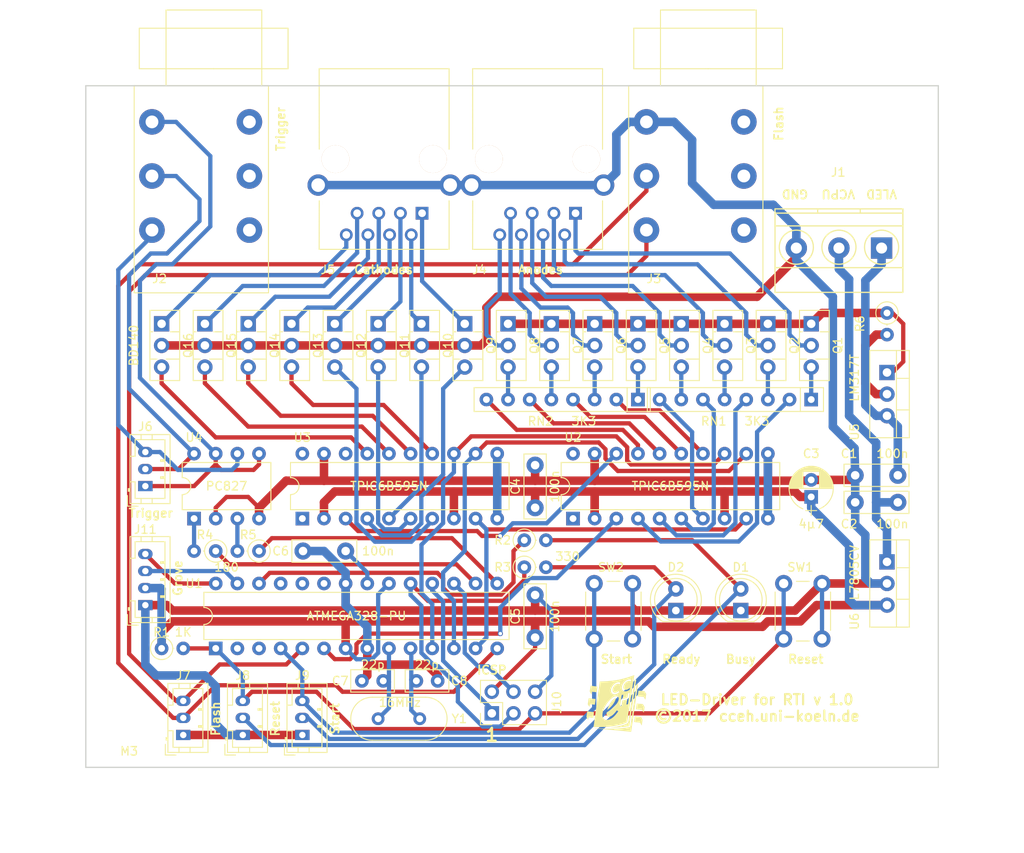
<source format=kicad_pcb>
(kicad_pcb (version 4) (host pcbnew 4.0.5+dfsg1-4)
  (layers (0 F.Cu signal) (31 B.Cu signal) (35 F.Paste user hide) (37 F.SilkS user) (39 F.Mask user hide) (44 Edge.Cuts user))
  (net 0 "")
  (net 1 GND)
  (net 2 /D2)
  (net 3 /D3)
  (net 4 /D4)
  (net 5 /D5)
  (net 6 /D6)
  (net 7 /D7)
  (net 8 /D8)
  (net 9 +5V)
  (net 10 /D9)
  (net 11 /D10)
  (net 12 /D11)
  (net 13 /D12)
  (net 14 /D13)
  (net 15 "Net-(C7-Pad2)")
  (net 16 "Net-(D1-Pad2)")
  (net 17 "Net-(J2-Pad3)")
  (net 18 "Net-(J2-Pad1)")
  (net 19 "Net-(J2-Pad2)")
  (net 20 /+200mA)
  (net 21 "Net-(Q1-Pad3)")
  (net 22 "Net-(Q2-Pad3)")
  (net 23 "Net-(Q3-Pad3)")
  (net 24 "Net-(Q4-Pad3)")
  (net 25 "Net-(Q5-Pad3)")
  (net 26 "Net-(Q6-Pad3)")
  (net 27 "Net-(Q7-Pad3)")
  (net 28 "Net-(Q8-Pad3)")
  (net 29 "Net-(Q9-Pad3)")
  (net 30 "Net-(Q10-Pad3)")
  (net 31 "Net-(Q11-Pad3)")
  (net 32 "Net-(Q12-Pad3)")
  (net 33 "Net-(Q13-Pad3)")
  (net 34 "Net-(Q14-Pad3)")
  (net 35 "Net-(Q15-Pad3)")
  (net 36 "Net-(Q16-Pad3)")
  (net 37 "Net-(U2-Pad18)")
  (net 38 /HC1)
  (net 39 /An0)
  (net 40 /An1)
  (net 41 /An2)
  (net 42 /An3)
  (net 43 /An4)
  (net 44 /An5)
  (net 45 /An6)
  (net 46 /An7)
  (net 47 /Cat0)
  (net 48 /Cat1)
  (net 49 /Cat2)
  (net 50 /Cat3)
  (net 51 /Cat4)
  (net 52 /Cat5)
  (net 53 /Cat6)
  (net 54 /Cat7)
  (net 55 /SDA)
  (net 56 /SCL)
  (net 57 "Net-(D2-Pad2)")
  (net 58 /A3)
  (net 59 "Net-(R4-Pad2)")
  (net 60 "Net-(R5-Pad2)")
  (net 61 /~RESET)
  (net 62 /VINLED)
  (net 63 /VINCPU)
  (net 64 "Net-(C6-Pad1)")
  (net 65 "Net-(C8-Pad2)")
  (net 66 "Net-(RN1-Pad2)")
  (net 67 "Net-(RN1-Pad4)")
  (net 68 "Net-(RN1-Pad6)")
  (net 69 "Net-(RN1-Pad8)")
  (net 70 "Net-(RN2-Pad2)")
  (net 71 "Net-(RN2-Pad4)")
  (net 72 "Net-(RN2-Pad6)")
  (net 73 "Net-(RN2-Pad8)")
  (module Connectors_JST:JST_PH_B3B-PH-K_03x2.00mm_Straight (layer F.Cu) (at 187.325 124.46 90)
    (fp_text reference J8 (at 6.985 0 180) (layer F.SilkS))
    (fp_text value "JST PH 3" hide)
    (pad 1 thru_hole rect (at 0 0 90) (size 1.2 1.7) (drill 0.75) (layers *.Cu *.Mask) (net 1 GND))
    (pad 2 thru_hole oval (at 2 0 90) (size 1.2 1.7) (drill 0.75) (layers *.Cu *.Mask) (net 16 "Net-(D1-Pad2)"))
    (pad 3 thru_hole oval (at 4 0 90) (size 1.2 1.7) (drill 0.75) (layers *.Cu *.Mask) (net 61 /~RESET))
  )
  (module Buttons_Switches_THT:SW_PUSH_6mm_h7.3mm (layer F.Cu) (at 255.27 106.68 270)
    (fp_text reference SW1 (at -1.905 2.54 360) (layer F.SilkS))
    (fp_text value Switch hide)
    (pad 2 thru_hole circle (at 0 4.5) (size 2 2) (drill 1.1) (layers *.Cu *.Mask) (net 61 /~RESET))
    (pad 1 thru_hole circle (at 0 0) (size 2 2) (drill 1.1) (layers *.Cu *.Mask) (net 1 GND))
    (pad 2 thru_hole circle (at 6.5 4.5) (size 2 2) (drill 1.1) (layers *.Cu *.Mask) (net 61 /~RESET))
    (pad 1 thru_hole circle (at 6.5 0) (size 2 2) (drill 1.1) (layers *.Cu *.Mask) (net 1 GND))
  )
  (module Housings_DIP:DIP-28_W7.62mm (layer F.Cu) (at 184.15 114.3 90)
    (fp_text reference U1 (at 7.62 -2.54 180) (layer F.SilkS))
    (fp_text value ATMEGA328-PU (at 3.81 16.51 180) (layer F.SilkS))
    (pad 1 thru_hole rect (at 0 0 90) (size 1.6 1.6) (drill 0.8) (layers *.Cu *.Mask) (net 61 /~RESET))
    (pad 15 thru_hole oval (at 7.62 33.02 90) (size 1.6 1.6) (drill 0.8) (layers *.Cu *.Mask) (net 10 /D9))
    (pad 2 thru_hole oval (at 0 2.54 90) (size 1.6 1.6) (drill 0.8) (layers *.Cu *.Mask))
    (pad 16 thru_hole oval (at 7.62 30.48 90) (size 1.6 1.6) (drill 0.8) (layers *.Cu *.Mask) (net 11 /D10))
    (pad 3 thru_hole oval (at 0 5.08 90) (size 1.6 1.6) (drill 0.8) (layers *.Cu *.Mask))
    (pad 17 thru_hole oval (at 7.62 27.94 90) (size 1.6 1.6) (drill 0.8) (layers *.Cu *.Mask) (net 12 /D11))
    (pad 4 thru_hole oval (at 0 7.62 90) (size 1.6 1.6) (drill 0.8) (layers *.Cu *.Mask) (net 2 /D2))
    (pad 18 thru_hole oval (at 7.62 25.4 90) (size 1.6 1.6) (drill 0.8) (layers *.Cu *.Mask) (net 13 /D12))
    (pad 5 thru_hole oval (at 0 10.16 90) (size 1.6 1.6) (drill 0.8) (layers *.Cu *.Mask) (net 3 /D3))
    (pad 19 thru_hole oval (at 7.62 22.86 90) (size 1.6 1.6) (drill 0.8) (layers *.Cu *.Mask) (net 14 /D13))
    (pad 6 thru_hole oval (at 0 12.7 90) (size 1.6 1.6) (drill 0.8) (layers *.Cu *.Mask) (net 4 /D4))
    (pad 20 thru_hole oval (at 7.62 20.32 90) (size 1.6 1.6) (drill 0.8) (layers *.Cu *.Mask) (net 9 +5V))
    (pad 7 thru_hole oval (at 0 15.24 90) (size 1.6 1.6) (drill 0.8) (layers *.Cu *.Mask) (net 9 +5V))
    (pad 21 thru_hole oval (at 7.62 17.78 90) (size 1.6 1.6) (drill 0.8) (layers *.Cu *.Mask) (net 64 "Net-(C6-Pad1)"))
    (pad 8 thru_hole oval (at 0 17.78 90) (size 1.6 1.6) (drill 0.8) (layers *.Cu *.Mask) (net 1 GND))
    (pad 22 thru_hole oval (at 7.62 15.24 90) (size 1.6 1.6) (drill 0.8) (layers *.Cu *.Mask) (net 1 GND))
    (pad 9 thru_hole oval (at 0 20.32 90) (size 1.6 1.6) (drill 0.8) (layers *.Cu *.Mask) (net 15 "Net-(C7-Pad2)"))
    (pad 23 thru_hole oval (at 7.62 12.7 90) (size 1.6 1.6) (drill 0.8) (layers *.Cu *.Mask))
    (pad 10 thru_hole oval (at 0 22.86 90) (size 1.6 1.6) (drill 0.8) (layers *.Cu *.Mask) (net 65 "Net-(C8-Pad2)"))
    (pad 24 thru_hole oval (at 7.62 10.16 90) (size 1.6 1.6) (drill 0.8) (layers *.Cu *.Mask))
    (pad 11 thru_hole oval (at 0 25.4 90) (size 1.6 1.6) (drill 0.8) (layers *.Cu *.Mask) (net 5 /D5))
    (pad 25 thru_hole oval (at 7.62 7.62 90) (size 1.6 1.6) (drill 0.8) (layers *.Cu *.Mask))
    (pad 12 thru_hole oval (at 0 27.94 90) (size 1.6 1.6) (drill 0.8) (layers *.Cu *.Mask) (net 6 /D6))
    (pad 26 thru_hole oval (at 7.62 5.08 90) (size 1.6 1.6) (drill 0.8) (layers *.Cu *.Mask) (net 58 /A3))
    (pad 13 thru_hole oval (at 0 30.48 90) (size 1.6 1.6) (drill 0.8) (layers *.Cu *.Mask) (net 7 /D7))
    (pad 27 thru_hole oval (at 7.62 2.54 90) (size 1.6 1.6) (drill 0.8) (layers *.Cu *.Mask) (net 55 /SDA))
    (pad 14 thru_hole oval (at 0 33.02 90) (size 1.6 1.6) (drill 0.8) (layers *.Cu *.Mask) (net 8 /D8))
    (pad 28 thru_hole oval (at 7.62 0 90) (size 1.6 1.6) (drill 0.8) (layers *.Cu *.Mask) (net 56 /SCL))
  )
  (module Connectors_Anonymous:MEBP_8-8G (layer F.Cu) (at 221.91 48.26)
    (fp_text reference J4 (at -6.82 21.59 180) (layer F.SilkS))
    (fp_text value "MEBP 8-8G" hide)
    (pad 9 thru_hole circle (at 7.745 11.6606 180) (size 2.5 2.5) (drill 1.6) (layers *.Cu *.Mask) (net 1 GND))
    (pad "" np_thru_hole circle (at -5.715 8.6106 180) (size 3.25 3.25) (drill 3.25) (layers *.Cu *.SilkS *.Mask))
    (pad "" np_thru_hole circle (at 5.715 8.6106 180) (size 3.25 3.25) (drill 3.25) (layers *.Cu *.SilkS *.Mask))
    (pad 1 thru_hole rect (at 4.445 14.9606 180) (size 1.5 1.5) (drill 0.9) (layers *.Cu *.Mask) (net 39 /An0))
    (pad 2 thru_hole circle (at 3.175 17.5006 180) (size 1.5 1.5) (drill 0.9) (layers *.Cu *.Mask) (net 40 /An1))
    (pad 3 thru_hole circle (at 1.905 14.9606 180) (size 1.5 1.5) (drill 0.9) (layers *.Cu *.Mask) (net 41 /An2))
    (pad 4 thru_hole circle (at 0.635 17.5006 180) (size 1.5 1.5) (drill 0.9) (layers *.Cu *.Mask) (net 42 /An3))
    (pad 5 thru_hole circle (at -0.635 14.9606 180) (size 1.5 1.5) (drill 0.9) (layers *.Cu *.Mask) (net 43 /An4))
    (pad 6 thru_hole circle (at -1.905 17.5006 180) (size 1.5 1.5) (drill 0.9) (layers *.Cu *.Mask) (net 44 /An5))
    (pad 7 thru_hole circle (at -3.175 14.9606 180) (size 1.5 1.5) (drill 0.9) (layers *.Cu *.Mask) (net 45 /An6))
    (pad 8 thru_hole circle (at -4.445 17.5006 180) (size 1.5 1.5) (drill 0.9) (layers *.Cu *.Mask) (net 46 /An7))
    (pad 9 thru_hole circle (at -7.745 11.6606 180) (size 2.5 2.5) (drill 1.6) (layers *.Cu *.Mask) (net 1 GND))
  )
  (module TO_SOT_Packages_THT:TO-126_Vertical (layer F.Cu) (at 182.88 76.2 270)
    (fp_text reference Q15 (at 2.54 -3.12 270) (layer F.SilkS))
    (fp_text value BD140)
    (pad 1 thru_hole rect (at 0 0 270) (size 1.8 1.8) (drill 1) (layers *.Cu *.Mask) (net 53 /Cat6))
    (pad 2 thru_hole oval (at 2.54 0 270) (size 1.8 1.8) (drill 1) (layers *.Cu *.Mask) (net 1 GND))
    (pad 3 thru_hole oval (at 5.08 0 270) (size 1.8 1.8) (drill 1) (layers *.Cu *.Mask) (net 35 "Net-(Q15-Pad3)"))
  )
  (module Buttons_Switches_THT:SW_PUSH_6mm_h7.3mm (layer F.Cu) (at 233.045 106.68 270)
    (fp_text reference SW2 (at -1.905 2.54 360) (layer F.SilkS))
    (fp_text value Switch hide)
    (pad 2 thru_hole circle (at 0 4.5) (size 2 2) (drill 1.1) (layers *.Cu *.Mask) (net 2 /D2))
    (pad 1 thru_hole circle (at 0 0) (size 2 2) (drill 1.1) (layers *.Cu *.Mask) (net 1 GND))
    (pad 2 thru_hole circle (at 6.5 4.5) (size 2 2) (drill 1.1) (layers *.Cu *.Mask) (net 2 /D2))
    (pad 1 thru_hole circle (at 6.5 0) (size 2 2) (drill 1.1) (layers *.Cu *.Mask) (net 1 GND))
  )
  (module Connectors_JST:JST_PH_B3B-PH-K_03x2.00mm_Straight (layer F.Cu) (at 175.895 95.25 90)
    (fp_text reference J6 (at 6.985 0 180) (layer F.SilkS))
    (fp_text value "JST PH 3" hide)
    (pad 1 thru_hole rect (at 0 0 90) (size 1.2 1.7) (drill 0.75) (layers *.Cu *.Mask) (net 17 "Net-(J2-Pad3)"))
    (pad 2 thru_hole oval (at 2 0 90) (size 1.2 1.7) (drill 0.75) (layers *.Cu *.Mask) (net 19 "Net-(J2-Pad2)"))
    (pad 3 thru_hole oval (at 4 0 90) (size 1.2 1.7) (drill 0.75) (layers *.Cu *.Mask) (net 18 "Net-(J2-Pad1)"))
  )
  (module Capacitors_THT:CP_Radial_D5.0mm_P2.00mm (layer F.Cu) (at 254 96.52 90)
    (fp_text reference C3 (at 5.08 0 180) (layer F.SilkS))
    (fp_text value 4µ7 (at -3.175 0 180) (layer F.SilkS))
    (pad 1 thru_hole rect (at 0 0 90) (size 1.6 1.6) (drill 0.8) (layers *.Cu *.Mask) (net 9 +5V))
    (pad 2 thru_hole circle (at 2 0 90) (size 1.6 1.6) (drill 0.8) (layers *.Cu *.Mask) (net 1 GND))
  )
  (module LEDs:LED_D5.0mm (layer F.Cu) (at 238.125 109.855 90)
    (fp_text reference D2 (at 5.08 0 180) (layer F.SilkS))
    (fp_text value Green hide)
    (pad 1 thru_hole rect (at 0 0 90) (size 1.8 1.8) (drill 0.9) (layers *.Cu *.Mask) (net 1 GND))
    (pad 2 thru_hole circle (at 2.54 0 90) (size 1.8 1.8) (drill 0.9) (layers *.Cu *.Mask) (net 57 "Net-(D2-Pad2)"))
  )
  (module Pin_Headers:Pin_Header_Straight_2x03_Pitch2.54mm (layer F.Cu) (at 216.535 121.92 90)
    (fp_text reference J10 (at 1.27 7.62 90) (layer F.SilkS))
    (fp_text value "Header 2x3" hide)
    (pad 1 thru_hole rect (at 0 0 90) (size 1.7 1.7) (drill 1) (layers *.Cu *.Mask) (net 13 /D12))
    (pad 2 thru_hole oval (at 2.54 0 90) (size 1.7 1.7) (drill 1) (layers *.Cu *.Mask) (net 9 +5V))
    (pad 3 thru_hole oval (at 0 2.54 90) (size 1.7 1.7) (drill 1) (layers *.Cu *.Mask) (net 14 /D13))
    (pad 4 thru_hole oval (at 2.54 2.54 90) (size 1.7 1.7) (drill 1) (layers *.Cu *.Mask) (net 12 /D11))
    (pad 5 thru_hole oval (at 0 5.08 90) (size 1.7 1.7) (drill 1) (layers *.Cu *.Mask) (net 61 /~RESET))
    (pad 6 thru_hole oval (at 2.54 5.08 90) (size 1.7 1.7) (drill 1) (layers *.Cu *.Mask) (net 1 GND))
  )
  (module TO_SOT_Packages_THT:TO-126_Vertical (layer F.Cu) (at 254 76.2 270)
    (fp_text reference Q1 (at 2.54 -3.12 270) (layer F.SilkS))
    (fp_text value BD140)
    (pad 1 thru_hole rect (at 0 0 270) (size 1.8 1.8) (drill 1) (layers *.Cu *.Mask) (net 20 /+200mA))
    (pad 2 thru_hole oval (at 2.54 0 270) (size 1.8 1.8) (drill 1) (layers *.Cu *.Mask) (net 39 /An0))
    (pad 3 thru_hole oval (at 5.08 0 270) (size 1.8 1.8) (drill 1) (layers *.Cu *.Mask) (net 21 "Net-(Q1-Pad3)"))
  )
  (module TO_SOT_Packages_THT:TO-126_Vertical (layer F.Cu) (at 213.36 76.2 270)
    (fp_text reference Q9 (at 2.54 -3.12 270) (layer F.SilkS))
    (fp_text value BD140)
    (pad 1 thru_hole rect (at 0 0 270) (size 1.8 1.8) (drill 1) (layers *.Cu *.Mask) (net 47 /Cat0))
    (pad 2 thru_hole oval (at 2.54 0 270) (size 1.8 1.8) (drill 1) (layers *.Cu *.Mask) (net 1 GND))
    (pad 3 thru_hole oval (at 5.08 0 270) (size 1.8 1.8) (drill 1) (layers *.Cu *.Mask) (net 29 "Net-(Q9-Pad3)"))
  )
  (module TO_SOT_Packages_THT:TO-126_Vertical (layer F.Cu) (at 243.84 76.2 270)
    (fp_text reference Q3 (at 2.54 -3.12 270) (layer F.SilkS))
    (fp_text value BD140)
    (pad 1 thru_hole rect (at 0 0 270) (size 1.8 1.8) (drill 1) (layers *.Cu *.Mask) (net 20 /+200mA))
    (pad 2 thru_hole oval (at 2.54 0 270) (size 1.8 1.8) (drill 1) (layers *.Cu *.Mask) (net 41 /An2))
    (pad 3 thru_hole oval (at 5.08 0 270) (size 1.8 1.8) (drill 1) (layers *.Cu *.Mask) (net 23 "Net-(Q3-Pad3)"))
  )
  (module TO_SOT_Packages_THT:TO-126_Vertical (layer F.Cu) (at 203.2 76.2 270)
    (fp_text reference Q11 (at 2.54 -3.12 270) (layer F.SilkS))
    (fp_text value BD140)
    (pad 1 thru_hole rect (at 0 0 270) (size 1.8 1.8) (drill 1) (layers *.Cu *.Mask) (net 49 /Cat2))
    (pad 2 thru_hole oval (at 2.54 0 270) (size 1.8 1.8) (drill 1) (layers *.Cu *.Mask) (net 1 GND))
    (pad 3 thru_hole oval (at 5.08 0 270) (size 1.8 1.8) (drill 1) (layers *.Cu *.Mask) (net 31 "Net-(Q11-Pad3)"))
  )
  (module TO_SOT_Packages_THT:TO-126_Vertical (layer F.Cu) (at 233.68 76.2 270)
    (fp_text reference Q5 (at 2.54 -3.12 270) (layer F.SilkS))
    (fp_text value BD140)
    (pad 1 thru_hole rect (at 0 0 270) (size 1.8 1.8) (drill 1) (layers *.Cu *.Mask) (net 20 /+200mA))
    (pad 2 thru_hole oval (at 2.54 0 270) (size 1.8 1.8) (drill 1) (layers *.Cu *.Mask) (net 43 /An4))
    (pad 3 thru_hole oval (at 5.08 0 270) (size 1.8 1.8) (drill 1) (layers *.Cu *.Mask) (net 25 "Net-(Q5-Pad3)"))
  )
  (module TO_SOT_Packages_THT:TO-126_Vertical (layer F.Cu) (at 193.04 76.2 270)
    (fp_text reference Q13 (at 2.54 -3.12 270) (layer F.SilkS))
    (fp_text value BD140)
    (pad 1 thru_hole rect (at 0 0 270) (size 1.8 1.8) (drill 1) (layers *.Cu *.Mask) (net 51 /Cat4))
    (pad 2 thru_hole oval (at 2.54 0 270) (size 1.8 1.8) (drill 1) (layers *.Cu *.Mask) (net 1 GND))
    (pad 3 thru_hole oval (at 5.08 0 270) (size 1.8 1.8) (drill 1) (layers *.Cu *.Mask) (net 33 "Net-(Q13-Pad3)"))
  )
  (module TO_SOT_Packages_THT:TO-126_Vertical (layer F.Cu) (at 223.52 76.2 270)
    (fp_text reference Q7 (at 2.54 -3.12 270) (layer F.SilkS))
    (fp_text value BD140)
    (pad 1 thru_hole rect (at 0 0 270) (size 1.8 1.8) (drill 1) (layers *.Cu *.Mask) (net 20 /+200mA))
    (pad 2 thru_hole oval (at 2.54 0 270) (size 1.8 1.8) (drill 1) (layers *.Cu *.Mask) (net 45 /An6))
    (pad 3 thru_hole oval (at 5.08 0 270) (size 1.8 1.8) (drill 1) (layers *.Cu *.Mask) (net 27 "Net-(Q7-Pad3)"))
  )
  (module TO_SOT_Packages_THT:TO-126_Vertical (layer F.Cu) (at 248.92 76.2 270)
    (fp_text reference Q2 (at 2.54 -3.12 270) (layer F.SilkS))
    (fp_text value BD140)
    (pad 1 thru_hole rect (at 0 0 270) (size 1.8 1.8) (drill 1) (layers *.Cu *.Mask) (net 20 /+200mA))
    (pad 2 thru_hole oval (at 2.54 0 270) (size 1.8 1.8) (drill 1) (layers *.Cu *.Mask) (net 40 /An1))
    (pad 3 thru_hole oval (at 5.08 0 270) (size 1.8 1.8) (drill 1) (layers *.Cu *.Mask) (net 22 "Net-(Q2-Pad3)"))
  )
  (module TO_SOT_Packages_THT:TO-126_Vertical (layer F.Cu) (at 208.28 76.2 270)
    (fp_text reference Q10 (at 2.54 -3.12 270) (layer F.SilkS))
    (fp_text value BD140)
    (pad 1 thru_hole rect (at 0 0 270) (size 1.8 1.8) (drill 1) (layers *.Cu *.Mask) (net 48 /Cat1))
    (pad 2 thru_hole oval (at 2.54 0 270) (size 1.8 1.8) (drill 1) (layers *.Cu *.Mask) (net 1 GND))
    (pad 3 thru_hole oval (at 5.08 0 270) (size 1.8 1.8) (drill 1) (layers *.Cu *.Mask) (net 30 "Net-(Q10-Pad3)"))
  )
  (module TO_SOT_Packages_THT:TO-126_Vertical (layer F.Cu) (at 238.76 76.2 270)
    (fp_text reference Q4 (at 2.54 -3.12 270) (layer F.SilkS))
    (fp_text value BD140)
    (pad 1 thru_hole rect (at 0 0 270) (size 1.8 1.8) (drill 1) (layers *.Cu *.Mask) (net 20 /+200mA))
    (pad 2 thru_hole oval (at 2.54 0 270) (size 1.8 1.8) (drill 1) (layers *.Cu *.Mask) (net 42 /An3))
    (pad 3 thru_hole oval (at 5.08 0 270) (size 1.8 1.8) (drill 1) (layers *.Cu *.Mask) (net 24 "Net-(Q4-Pad3)"))
  )
  (module TO_SOT_Packages_THT:TO-126_Vertical (layer F.Cu) (at 198.12 76.2 270)
    (fp_text reference Q12 (at 2.54 -3.12 270) (layer F.SilkS))
    (fp_text value BD140)
    (pad 1 thru_hole rect (at 0 0 270) (size 1.8 1.8) (drill 1) (layers *.Cu *.Mask) (net 50 /Cat3))
    (pad 2 thru_hole oval (at 2.54 0 270) (size 1.8 1.8) (drill 1) (layers *.Cu *.Mask) (net 1 GND))
    (pad 3 thru_hole oval (at 5.08 0 270) (size 1.8 1.8) (drill 1) (layers *.Cu *.Mask) (net 32 "Net-(Q12-Pad3)"))
  )
  (module TO_SOT_Packages_THT:TO-126_Vertical (layer F.Cu) (at 228.6 76.2 270)
    (fp_text reference Q6 (at 2.54 -3.12 270) (layer F.SilkS))
    (fp_text value BD140)
    (pad 1 thru_hole rect (at 0 0 270) (size 1.8 1.8) (drill 1) (layers *.Cu *.Mask) (net 20 /+200mA))
    (pad 2 thru_hole oval (at 2.54 0 270) (size 1.8 1.8) (drill 1) (layers *.Cu *.Mask) (net 44 /An5))
    (pad 3 thru_hole oval (at 5.08 0 270) (size 1.8 1.8) (drill 1) (layers *.Cu *.Mask) (net 26 "Net-(Q6-Pad3)"))
  )
  (module TO_SOT_Packages_THT:TO-126_Vertical (layer F.Cu) (at 187.96 76.2 270)
    (fp_text reference Q14 (at 2.54 -3.12 270) (layer F.SilkS))
    (fp_text value BD140)
    (pad 1 thru_hole rect (at 0 0 270) (size 1.8 1.8) (drill 1) (layers *.Cu *.Mask) (net 52 /Cat5))
    (pad 2 thru_hole oval (at 2.54 0 270) (size 1.8 1.8) (drill 1) (layers *.Cu *.Mask) (net 1 GND))
    (pad 3 thru_hole oval (at 5.08 0 270) (size 1.8 1.8) (drill 1) (layers *.Cu *.Mask) (net 34 "Net-(Q14-Pad3)"))
  )
  (module TO_SOT_Packages_THT:TO-126_Vertical (layer F.Cu) (at 218.44 76.2 270)
    (fp_text reference Q8 (at 2.54 -3.12 270) (layer F.SilkS))
    (fp_text value BD140)
    (pad 1 thru_hole rect (at 0 0 270) (size 1.8 1.8) (drill 1) (layers *.Cu *.Mask) (net 20 /+200mA))
    (pad 2 thru_hole oval (at 2.54 0 270) (size 1.8 1.8) (drill 1) (layers *.Cu *.Mask) (net 46 /An7))
    (pad 3 thru_hole oval (at 5.08 0 270) (size 1.8 1.8) (drill 1) (layers *.Cu *.Mask) (net 28 "Net-(Q8-Pad3)"))
  )
  (module TO_SOT_Packages_THT:TO-126_Vertical (layer F.Cu) (at 177.8 76.2 270)
    (fp_text reference Q16 (at 2.54 -3.12 270) (layer F.SilkS))
    (fp_text value BD140 (at 2.54 3.27 270) (layer F.SilkS))
    (pad 1 thru_hole rect (at 0 0 270) (size 1.8 1.8) (drill 1) (layers *.Cu *.Mask) (net 54 /Cat7))
    (pad 2 thru_hole oval (at 2.54 0 270) (size 1.8 1.8) (drill 1) (layers *.Cu *.Mask) (net 1 GND))
    (pad 3 thru_hole oval (at 5.08 0 270) (size 1.8 1.8) (drill 1) (layers *.Cu *.Mask) (net 36 "Net-(Q16-Pad3)"))
  )
  (module Housings_DIP:DIP-20_W7.62mm (layer F.Cu) (at 226.06 99.06 90)
    (fp_text reference U2 (at 9.525 0 180) (layer F.SilkS))
    (fp_text value TPIC6B595N (at 3.81 11.43 180) (layer F.SilkS))
    (pad 1 thru_hole rect (at 0 0 90) (size 1.6 1.6) (drill 0.8) (layers *.Cu *.Mask))
    (pad 11 thru_hole oval (at 7.62 22.86 90) (size 1.6 1.6) (drill 0.8) (layers *.Cu *.Mask) (net 1 GND))
    (pad 2 thru_hole oval (at 0 2.54 90) (size 1.6 1.6) (drill 0.8) (layers *.Cu *.Mask) (net 9 +5V))
    (pad 12 thru_hole oval (at 7.62 20.32 90) (size 1.6 1.6) (drill 0.8) (layers *.Cu *.Mask) (net 6 /D6))
    (pad 3 thru_hole oval (at 0 5.08 90) (size 1.6 1.6) (drill 0.8) (layers *.Cu *.Mask) (net 4 /D4))
    (pad 13 thru_hole oval (at 7.62 17.78 90) (size 1.6 1.6) (drill 0.8) (layers *.Cu *.Mask) (net 5 /D5))
    (pad 4 thru_hole oval (at 0 7.62 90) (size 1.6 1.6) (drill 0.8) (layers *.Cu *.Mask) (net 66 "Net-(RN1-Pad2)"))
    (pad 14 thru_hole oval (at 7.62 15.24 90) (size 1.6 1.6) (drill 0.8) (layers *.Cu *.Mask) (net 70 "Net-(RN2-Pad2)"))
    (pad 5 thru_hole oval (at 0 10.16 90) (size 1.6 1.6) (drill 0.8) (layers *.Cu *.Mask) (net 67 "Net-(RN1-Pad4)"))
    (pad 15 thru_hole oval (at 7.62 12.7 90) (size 1.6 1.6) (drill 0.8) (layers *.Cu *.Mask) (net 71 "Net-(RN2-Pad4)"))
    (pad 6 thru_hole oval (at 0 12.7 90) (size 1.6 1.6) (drill 0.8) (layers *.Cu *.Mask) (net 68 "Net-(RN1-Pad6)"))
    (pad 16 thru_hole oval (at 7.62 10.16 90) (size 1.6 1.6) (drill 0.8) (layers *.Cu *.Mask) (net 72 "Net-(RN2-Pad6)"))
    (pad 7 thru_hole oval (at 0 15.24 90) (size 1.6 1.6) (drill 0.8) (layers *.Cu *.Mask) (net 69 "Net-(RN1-Pad8)"))
    (pad 17 thru_hole oval (at 7.62 7.62 90) (size 1.6 1.6) (drill 0.8) (layers *.Cu *.Mask) (net 73 "Net-(RN2-Pad8)"))
    (pad 8 thru_hole oval (at 0 17.78 90) (size 1.6 1.6) (drill 0.8) (layers *.Cu *.Mask) (net 9 +5V))
    (pad 18 thru_hole oval (at 7.62 5.08 90) (size 1.6 1.6) (drill 0.8) (layers *.Cu *.Mask) (net 37 "Net-(U2-Pad18)"))
    (pad 9 thru_hole oval (at 0 20.32 90) (size 1.6 1.6) (drill 0.8) (layers *.Cu *.Mask) (net 7 /D7))
    (pad 19 thru_hole oval (at 7.62 2.54 90) (size 1.6 1.6) (drill 0.8) (layers *.Cu *.Mask) (net 1 GND))
    (pad 10 thru_hole oval (at 0 22.86 90) (size 1.6 1.6) (drill 0.8) (layers *.Cu *.Mask) (net 1 GND))
    (pad 20 thru_hole oval (at 7.62 0 90) (size 1.6 1.6) (drill 0.8) (layers *.Cu *.Mask))
  )
  (module Housings_DIP:DIP-20_W7.62mm (layer F.Cu) (at 194.31 99.06 90)
    (fp_text reference U3 (at 9.525 0 180) (layer F.SilkS))
    (fp_text value TPIC6B595N (at 3.81 10.16 180) (layer F.SilkS))
    (pad 1 thru_hole rect (at 0 0 90) (size 1.6 1.6) (drill 0.8) (layers *.Cu *.Mask))
    (pad 11 thru_hole oval (at 7.62 22.86 90) (size 1.6 1.6) (drill 0.8) (layers *.Cu *.Mask) (net 1 GND))
    (pad 2 thru_hole oval (at 0 2.54 90) (size 1.6 1.6) (drill 0.8) (layers *.Cu *.Mask) (net 9 +5V))
    (pad 12 thru_hole oval (at 7.62 20.32 90) (size 1.6 1.6) (drill 0.8) (layers *.Cu *.Mask) (net 6 /D6))
    (pad 3 thru_hole oval (at 0 5.08 90) (size 1.6 1.6) (drill 0.8) (layers *.Cu *.Mask) (net 37 "Net-(U2-Pad18)"))
    (pad 13 thru_hole oval (at 7.62 17.78 90) (size 1.6 1.6) (drill 0.8) (layers *.Cu *.Mask) (net 5 /D5))
    (pad 4 thru_hole oval (at 0 7.62 90) (size 1.6 1.6) (drill 0.8) (layers *.Cu *.Mask) (net 29 "Net-(Q9-Pad3)"))
    (pad 14 thru_hole oval (at 7.62 15.24 90) (size 1.6 1.6) (drill 0.8) (layers *.Cu *.Mask) (net 33 "Net-(Q13-Pad3)"))
    (pad 5 thru_hole oval (at 0 10.16 90) (size 1.6 1.6) (drill 0.8) (layers *.Cu *.Mask) (net 30 "Net-(Q10-Pad3)"))
    (pad 15 thru_hole oval (at 7.62 12.7 90) (size 1.6 1.6) (drill 0.8) (layers *.Cu *.Mask) (net 34 "Net-(Q14-Pad3)"))
    (pad 6 thru_hole oval (at 0 12.7 90) (size 1.6 1.6) (drill 0.8) (layers *.Cu *.Mask) (net 31 "Net-(Q11-Pad3)"))
    (pad 16 thru_hole oval (at 7.62 10.16 90) (size 1.6 1.6) (drill 0.8) (layers *.Cu *.Mask) (net 35 "Net-(Q15-Pad3)"))
    (pad 7 thru_hole oval (at 0 15.24 90) (size 1.6 1.6) (drill 0.8) (layers *.Cu *.Mask) (net 32 "Net-(Q12-Pad3)"))
    (pad 17 thru_hole oval (at 7.62 7.62 90) (size 1.6 1.6) (drill 0.8) (layers *.Cu *.Mask) (net 36 "Net-(Q16-Pad3)"))
    (pad 8 thru_hole oval (at 0 17.78 90) (size 1.6 1.6) (drill 0.8) (layers *.Cu *.Mask) (net 9 +5V))
    (pad 18 thru_hole oval (at 7.62 5.08 90) (size 1.6 1.6) (drill 0.8) (layers *.Cu *.Mask))
    (pad 9 thru_hole oval (at 0 20.32 90) (size 1.6 1.6) (drill 0.8) (layers *.Cu *.Mask) (net 7 /D7))
    (pad 19 thru_hole oval (at 7.62 2.54 90) (size 1.6 1.6) (drill 0.8) (layers *.Cu *.Mask) (net 1 GND))
    (pad 10 thru_hole oval (at 0 22.86 90) (size 1.6 1.6) (drill 0.8) (layers *.Cu *.Mask) (net 1 GND))
    (pad 20 thru_hole oval (at 7.62 0 90) (size 1.6 1.6) (drill 0.8) (layers *.Cu *.Mask))
  )
  (module Housings_DIP:DIP-8_W7.62mm (layer F.Cu) (at 181.61 99.06 90)
    (fp_text reference U4 (at 9.525 0 180) (layer F.SilkS))
    (fp_text value PC827 (at 3.81 3.81 180) (layer F.SilkS))
    (pad 1 thru_hole rect (at 0 0 90) (size 1.6 1.6) (drill 0.8) (layers *.Cu *.Mask) (net 59 "Net-(R4-Pad2)"))
    (pad 5 thru_hole oval (at 7.62 7.62 90) (size 1.6 1.6) (drill 0.8) (layers *.Cu *.Mask) (net 17 "Net-(J2-Pad3)"))
    (pad 2 thru_hole oval (at 0 2.54 90) (size 1.6 1.6) (drill 0.8) (layers *.Cu *.Mask) (net 1 GND))
    (pad 6 thru_hole oval (at 7.62 5.08 90) (size 1.6 1.6) (drill 0.8) (layers *.Cu *.Mask) (net 18 "Net-(J2-Pad1)"))
    (pad 3 thru_hole oval (at 0 5.08 90) (size 1.6 1.6) (drill 0.8) (layers *.Cu *.Mask) (net 60 "Net-(R5-Pad2)"))
    (pad 7 thru_hole oval (at 7.62 2.54 90) (size 1.6 1.6) (drill 0.8) (layers *.Cu *.Mask) (net 17 "Net-(J2-Pad3)"))
    (pad 4 thru_hole oval (at 0 7.62 90) (size 1.6 1.6) (drill 0.8) (layers *.Cu *.Mask) (net 1 GND))
    (pad 8 thru_hole oval (at 7.62 0 90) (size 1.6 1.6) (drill 0.8) (layers *.Cu *.Mask) (net 19 "Net-(J2-Pad2)"))
  )
  (module TO_SOT_Packages_THT:TO-220_Vertical (layer F.Cu) (at 262.89 104.14 270)
    (fp_text reference U6 (at 6.985 3.81 270) (layer F.SilkS))
    (fp_text value L7805CV (at 1.27 3.81 270) (layer F.SilkS))
    (pad 1 thru_hole rect (at 0 0 270) (size 1.8 1.8) (drill 1) (layers *.Cu *.Mask) (net 63 /VINCPU))
    (pad 2 thru_hole oval (at 2.54 0 270) (size 1.8 1.8) (drill 1) (layers *.Cu *.Mask) (net 1 GND))
    (pad 3 thru_hole oval (at 5.08 0 270) (size 1.8 1.8) (drill 1) (layers *.Cu *.Mask) (net 9 +5V))
  )
  (module Crystals:Crystal_HC49-U_Vertical (layer F.Cu) (at 203.2 122.555)
    (fp_text reference Y1 (at 9.525 0) (layer F.SilkS))
    (fp_text value 16MHz (at 2.54 -1.905) (layer F.SilkS))
    (pad 1 thru_hole circle (at 0 0) (size 1.5 1.5) (drill 0.8) (layers *.Cu *.Mask) (net 15 "Net-(C7-Pad2)"))
    (pad 2 thru_hole circle (at 4.88 0) (size 1.5 1.5) (drill 0.8) (layers *.Cu *.Mask) (net 65 "Net-(C8-Pad2)"))
  )
  (module TO_SOT_Packages_THT:TO-220_Vertical (layer F.Cu) (at 262.89 81.915 270)
    (fp_text reference U5 (at 6.985 3.81 450) (layer F.SilkS))
    (fp_text value LM317T (at 0.635 3.81 450) (layer F.SilkS))
    (pad 1 thru_hole rect (at 0 0 270) (size 1.8 1.8) (drill 1) (layers *.Cu *.Mask) (net 20 /+200mA))
    (pad 2 thru_hole oval (at 2.54 0 270) (size 1.8 1.8) (drill 1) (layers *.Cu *.Mask) (net 38 /HC1))
    (pad 3 thru_hole oval (at 5.08 0 270) (size 1.8 1.8) (drill 1) (layers *.Cu *.Mask) (net 62 /VINLED))
  )
  (module Resistors_THT:R_Axial_DIN0207_L6.3mm_D2.5mm_P2.54mm_Vertical (layer F.Cu) (at 220.345 104.775)
    (fp_text reference R3 (at -2.54 0) (layer F.SilkS))
    (fp_text value 330 hide)
    (pad 1 thru_hole circle (at 0 0) (size 1.6 1.6) (drill 0.8) (layers *.Cu *.Mask) (net 14 /D13))
    (pad 2 thru_hole oval (at 2.54 0) (size 1.6 1.6) (drill 0.8) (layers *.Cu *.Mask) (net 57 "Net-(D2-Pad2)"))
  )
  (module Resistors_THT:R_Axial_DIN0207_L6.3mm_D2.5mm_P2.54mm_Vertical (layer F.Cu) (at 184.15 102.87 180)
    (fp_text reference R4 (at 1.27 1.905 360) (layer F.SilkS))
    (fp_text value 180 (at -1.27 -1.905 360) (layer F.SilkS))
    (pad 1 thru_hole circle (at 0 0 180) (size 1.6 1.6) (drill 0.8) (layers *.Cu *.Mask) (net 11 /D10))
    (pad 2 thru_hole oval (at 2.54 0 180) (size 1.6 1.6) (drill 0.8) (layers *.Cu *.Mask) (net 59 "Net-(R4-Pad2)"))
  )
  (module Resistors_THT:R_Axial_DIN0207_L6.3mm_D2.5mm_P2.54mm_Vertical (layer F.Cu) (at 189.23 102.87 180)
    (fp_text reference R5 (at 1.27 1.905 360) (layer F.SilkS))
    (fp_text value 180 hide)
    (pad 1 thru_hole circle (at 0 0 180) (size 1.6 1.6) (drill 0.8) (layers *.Cu *.Mask) (net 10 /D9))
    (pad 2 thru_hole oval (at 2.54 0 180) (size 1.6 1.6) (drill 0.8) (layers *.Cu *.Mask) (net 60 "Net-(R5-Pad2)"))
  )
  (module Resistors_THT:R_Axial_DIN0207_L6.3mm_D2.5mm_P2.54mm_Vertical (layer F.Cu) (at 177.8 114.3)
    (fp_text reference R1 (at 0 -1.905) (layer F.SilkS))
    (fp_text value 1K (at 2.54 -1.905) (layer F.SilkS))
    (pad 1 thru_hole circle (at 0 0) (size 1.6 1.6) (drill 0.8) (layers *.Cu *.Mask) (net 9 +5V))
    (pad 2 thru_hole oval (at 2.54 0) (size 1.6 1.6) (drill 0.8) (layers *.Cu *.Mask) (net 61 /~RESET))
  )
  (module Connectors_JST:JST_PH_B3B-PH-K_03x2.00mm_Straight (layer F.Cu) (at 194.31 124.46 90)
    (fp_text reference J9 (at 6.985 0 180) (layer F.SilkS))
    (fp_text value "JST PH 3" hide)
    (pad 1 thru_hole rect (at 0 0 90) (size 1.2 1.7) (drill 0.75) (layers *.Cu *.Mask) (net 1 GND))
    (pad 2 thru_hole oval (at 2 0 90) (size 1.2 1.7) (drill 0.75) (layers *.Cu *.Mask) (net 57 "Net-(D2-Pad2)"))
    (pad 3 thru_hole oval (at 4 0 90) (size 1.2 1.7) (drill 0.75) (layers *.Cu *.Mask) (net 2 /D2))
  )
  (module Connectors_JST:JST_PH_B3B-PH-K_03x2.00mm_Straight (layer F.Cu) (at 180.34 124.46 90)
    (fp_text reference J7 (at 6.985 0 180) (layer F.SilkS))
    (fp_text value "JST PH 3" hide)
    (pad 1 thru_hole rect (at 0 0 90) (size 1.2 1.7) (drill 0.75) (layers *.Cu *.Mask) (net 1 GND))
    (pad 2 thru_hole oval (at 2 0 90) (size 1.2 1.7) (drill 0.75) (layers *.Cu *.Mask) (net 8 /D8))
    (pad 3 thru_hole oval (at 4 0 90) (size 1.2 1.7) (drill 0.75) (layers *.Cu *.Mask) (net 3 /D3))
  )
  (module Connectors_JST:JST_PH_B4B-PH-K_04x2.00mm_Straight (layer F.Cu) (at 175.895 109.22 90)
    (fp_text reference J11 (at 8.89 0 180) (layer F.SilkS))
    (fp_text value "JST PH 4" hide)
    (pad 1 thru_hole rect (at 0 0 90) (size 1.2 1.7) (drill 0.75) (layers *.Cu *.Mask) (net 1 GND))
    (pad 2 thru_hole oval (at 2 0 90) (size 1.2 1.7) (drill 0.75) (layers *.Cu *.Mask) (net 9 +5V))
    (pad 3 thru_hole oval (at 4 0 90) (size 1.2 1.7) (drill 0.75) (layers *.Cu *.Mask) (net 55 /SDA))
    (pad 4 thru_hole oval (at 6 0 90) (size 1.2 1.7) (drill 0.75) (layers *.Cu *.Mask) (net 56 /SCL))
  )
  (module Logos:CCEH (layer F.Cu) (at 231.14 120.65)
    (fp_text reference G*** hide)
    (fp_text value LOGO hide)
  )
  (module LEDs:LED_D5.0mm (layer F.Cu) (at 245.745 109.855 90)
    (fp_text reference D1 (at 5.08 0 180) (layer F.SilkS))
    (fp_text value Red hide)
    (pad 1 thru_hole rect (at 0 0 90) (size 1.8 1.8) (drill 0.9) (layers *.Cu *.Mask) (net 1 GND))
    (pad 2 thru_hole circle (at 2.54 0 90) (size 1.8 1.8) (drill 0.9) (layers *.Cu *.Mask) (net 16 "Net-(D1-Pad2)"))
  )
  (module Resistors_THT:R_Axial_DIN0207_L6.3mm_D2.5mm_P2.54mm_Vertical (layer F.Cu) (at 220.345 101.6)
    (fp_text reference R2 (at -2.54 0) (layer F.SilkS))
    (fp_text value 330 (at 5.08 1.905) (layer F.SilkS))
    (pad 1 thru_hole circle (at 0 0) (size 1.6 1.6) (drill 0.8) (layers *.Cu *.Mask) (net 58 /A3))
    (pad 2 thru_hole oval (at 2.54 0) (size 1.6 1.6) (drill 0.8) (layers *.Cu *.Mask) (net 16 "Net-(D1-Pad2)"))
  )
  (module Connectors_Anonymous:MEBP_8-8G (layer F.Cu) (at 203.91 48.26)
    (fp_text reference J5 (at -6.6 21.59 180) (layer F.SilkS))
    (fp_text value "MEBP 8-8G" hide)
    (pad 9 thru_hole circle (at 7.745 11.6606 180) (size 2.5 2.5) (drill 1.6) (layers *.Cu *.Mask) (net 1 GND))
    (pad "" np_thru_hole circle (at -5.715 8.6106 180) (size 3.25 3.25) (drill 3.25) (layers *.Cu *.SilkS *.Mask))
    (pad "" np_thru_hole circle (at 5.715 8.6106 180) (size 3.25 3.25) (drill 3.25) (layers *.Cu *.SilkS *.Mask))
    (pad 1 thru_hole rect (at 4.445 14.9606 180) (size 1.5 1.5) (drill 0.9) (layers *.Cu *.Mask) (net 47 /Cat0))
    (pad 2 thru_hole circle (at 3.175 17.5006 180) (size 1.5 1.5) (drill 0.9) (layers *.Cu *.Mask) (net 48 /Cat1))
    (pad 3 thru_hole circle (at 1.905 14.9606 180) (size 1.5 1.5) (drill 0.9) (layers *.Cu *.Mask) (net 49 /Cat2))
    (pad 4 thru_hole circle (at 0.635 17.5006 180) (size 1.5 1.5) (drill 0.9) (layers *.Cu *.Mask) (net 50 /Cat3))
    (pad 5 thru_hole circle (at -0.635 14.9606 180) (size 1.5 1.5) (drill 0.9) (layers *.Cu *.Mask) (net 51 /Cat4))
    (pad 6 thru_hole circle (at -1.905 17.5006 180) (size 1.5 1.5) (drill 0.9) (layers *.Cu *.Mask) (net 52 /Cat5))
    (pad 7 thru_hole circle (at -3.175 14.9606 180) (size 1.5 1.5) (drill 0.9) (layers *.Cu *.Mask) (net 53 /Cat6))
    (pad 8 thru_hole circle (at -4.445 17.5006 180) (size 1.5 1.5) (drill 0.9) (layers *.Cu *.Mask) (net 54 /Cat7))
    (pad 9 thru_hole circle (at -7.745 11.6606 180) (size 2.5 2.5) (drill 1.6) (layers *.Cu *.Mask) (net 1 GND))
  )
  (module Mounting_Holes:MountingHole_3.2mm_M3 (layer F.Cu) (at 173.91 123.26)
    (fp_text reference M3 (at 0.08 3.105) (layer F.SilkS))
    (fp_text value MountingHole_3.2mm_M3_DIN965 hide)
    (pad 1 np_thru_hole circle (at 0 0) (size 3.2 3.2) (drill 3.2) (layers *.Cu *.Mask))
  )
  (module Mounting_Holes:MountingHole_3.2mm_M3 (layer F.Cu) (at 263.91 123.26)
    (fp_text reference M3_3 hide)
    (fp_text value MountingHole_3.2mm_M3_DIN965 hide)
    (pad 1 np_thru_hole circle (at 0 0) (size 3.2 3.2) (drill 3.2) (layers *.Cu *.Mask))
  )
  (module Mounting_Holes:MountingHole_3.2mm_M3 (layer F.Cu) (at 263.91 53.26)
    (fp_text reference M3_2 hide)
    (fp_text value MountingHole_3.2mm_M3_DIN965 hide)
    (pad 1 np_thru_hole circle (at 0 0) (size 3.2 3.2) (drill 3.2) (layers *.Cu *.Mask))
  )
  (module Connectors_Terminal_Blocks:TerminalBlock_Pheonix_MKDS1.5-3pol (layer F.Cu) (at 262.255 67.31 180)
    (fp_text reference J1 (at 5.08 8.89 180) (layer F.SilkS))
    (fp_text value "Phoenix MKDS" hide)
    (pad 3 thru_hole circle (at 10 0 180) (size 2.5 2.5) (drill 1.3) (layers *.Cu *.Mask) (net 1 GND))
    (pad 1 thru_hole rect (at 0 0 180) (size 2.5 2.5) (drill 1.3) (layers *.Cu *.Mask) (net 62 /VINLED))
    (pad 2 thru_hole circle (at 5 0 180) (size 2.5 2.5) (drill 1.3) (layers *.Cu *.Mask) (net 63 /VINCPU))
  )
  (module Resistors_THT:R_Axial_DIN0207_L6.3mm_D2.5mm_P2.54mm_Vertical (layer F.Cu) (at 262.89 74.93 270)
    (fp_text reference R6 (at 1.27 3.175 270) (layer F.SilkS))
    (fp_text value 6R2 hide)
    (pad 1 thru_hole circle (at 0 0 270) (size 1.6 1.6) (drill 0.8) (layers *.Cu *.Mask) (net 20 /+200mA))
    (pad 2 thru_hole oval (at 2.54 0 270) (size 1.6 1.6) (drill 0.8) (layers *.Cu *.Mask) (net 38 /HC1))
  )
  (module Capacitors_THT:C_Disc_D5.0mm_W2.5mm_P2.50mm (layer F.Cu) (at 210.185 118.11 180)
    (fp_text reference C8 (at -2.54 0 180) (layer F.SilkS))
    (fp_text value 22p (at 1.27 1.905 180) (layer F.SilkS))
    (pad 1 thru_hole circle (at 0 0 180) (size 1.6 1.6) (drill 0.8) (layers *.Cu *.Mask) (net 1 GND))
    (pad 2 thru_hole circle (at 2.5 0 180) (size 1.6 1.6) (drill 0.8) (layers *.Cu *.Mask) (net 65 "Net-(C8-Pad2)"))
  )
  (module Capacitors_THT:C_Disc_D5.0mm_W2.5mm_P2.50mm (layer F.Cu) (at 201.295 118.11)
    (fp_text reference C7 (at -2.54 0) (layer F.SilkS))
    (fp_text value 22p (at 1.27 -1.905) (layer F.SilkS))
    (pad 1 thru_hole circle (at 0 0) (size 1.6 1.6) (drill 0.8) (layers *.Cu *.Mask) (net 1 GND))
    (pad 2 thru_hole circle (at 2.5 0) (size 1.6 1.6) (drill 0.8) (layers *.Cu *.Mask) (net 15 "Net-(C7-Pad2)"))
  )
  (module Connectors_Neutrik:NRJ6HF (layer F.Cu) (at 183.91 48.26)
    (fp_text reference J2 (at -6.349 22.6518) (layer F.SilkS))
    (fp_text value NRJ6HF hide)
    (pad "" np_thru_hole circle (at 4.191 7.4168) (size 2.0066 2.0066) (drill 2.0066) (layers *.Cu *.Mask))
    (pad 5 thru_hole circle (at 4.191 10.5918) (size 3 3) (drill 1.5) (layers *.Cu *.Mask))
    (pad 4 thru_hole circle (at 4.191 16.9418) (size 3 3) (drill 1.5) (layers *.Cu *.Mask))
    (pad 6 thru_hole circle (at 4.191 4.2418) (size 3 3) (drill 1.5) (layers *.Cu *.Mask))
    (pad 2 thru_hole circle (at -7.239 10.5918) (size 3 3) (drill 1.5) (layers *.Cu *.Mask) (net 19 "Net-(J2-Pad2)"))
    (pad 1 thru_hole circle (at -7.239 16.9418) (size 3 3) (drill 1.5) (layers *.Cu *.Mask) (net 18 "Net-(J2-Pad1)"))
    (pad 3 thru_hole circle (at -7.239 4.2418) (size 3 3) (drill 1.5) (layers *.Cu *.Mask) (net 17 "Net-(J2-Pad3)"))
    (pad "" np_thru_hole circle (at -7.239 7.4168) (size 2.0066 2.0066) (drill 2.0066) (layers *.Cu *.Mask))
    (pad "" np_thru_hole circle (at -5.1054 13.7922) (size 2.9972 2.9972) (drill 2.9972) (layers *.Cu *.Mask))
  )
  (module Connectors_Neutrik:NRJ6HF (layer F.Cu) (at 241.91 48.26)
    (fp_text reference J3 (at -6.349 22.6518) (layer F.SilkS))
    (fp_text value NRJ6HF hide)
    (pad "" np_thru_hole circle (at 4.191 7.4168) (size 2.0066 2.0066) (drill 2.0066) (layers *.Cu *.Mask))
    (pad 5 thru_hole circle (at 4.191 10.5918) (size 3 3) (drill 1.5) (layers *.Cu *.Mask))
    (pad 4 thru_hole circle (at 4.191 16.9418) (size 3 3) (drill 1.5) (layers *.Cu *.Mask))
    (pad 6 thru_hole circle (at 4.191 4.2418) (size 3 3) (drill 1.5) (layers *.Cu *.Mask))
    (pad 2 thru_hole circle (at -7.239 10.5918) (size 3 3) (drill 1.5) (layers *.Cu *.Mask) (net 8 /D8))
    (pad 1 thru_hole circle (at -7.239 16.9418) (size 3 3) (drill 1.5) (layers *.Cu *.Mask) (net 3 /D3))
    (pad 3 thru_hole circle (at -7.239 4.2418) (size 3 3) (drill 1.5) (layers *.Cu *.Mask) (net 1 GND))
    (pad "" np_thru_hole circle (at -7.239 7.4168) (size 2.0066 2.0066) (drill 2.0066) (layers *.Cu *.Mask))
    (pad "" np_thru_hole circle (at -5.1054 13.7922) (size 2.9972 2.9972) (drill 2.9972) (layers *.Cu *.Mask))
  )
  (module Capacitors_THT:C_Disc_D7.5mm_W2.5mm_P5.00mm (layer F.Cu) (at 221.615 113.03 90)
    (fp_text reference C5 (at 2.5 -2.31 90) (layer F.SilkS))
    (fp_text value 100n (at 2.5 2.31 90) (layer F.SilkS))
    (pad 1 thru_hole circle (at 0 0 90) (size 2 2) (drill 1) (layers *.Cu *.Mask) (net 9 +5V))
    (pad 2 thru_hole circle (at 5 0 90) (size 2 2) (drill 1) (layers *.Cu *.Mask) (net 1 GND))
  )
  (module Capacitors_THT:C_Disc_D7.5mm_W2.5mm_P5.00mm (layer F.Cu) (at 221.615 97.79 90)
    (fp_text reference C4 (at 2.5 -2.31 90) (layer F.SilkS))
    (fp_text value 100n (at 2.5 2.31 90) (layer F.SilkS))
    (pad 1 thru_hole circle (at 0 0 90) (size 2 2) (drill 1) (layers *.Cu *.Mask) (net 9 +5V))
    (pad 2 thru_hole circle (at 5 0 90) (size 2 2) (drill 1) (layers *.Cu *.Mask) (net 1 GND))
  )
  (module Capacitors_THT:C_Disc_D7.5mm_W2.5mm_P5.00mm (layer F.Cu) (at 264.16 93.98 180)
    (fp_text reference C1 (at 5.715 2.54 180) (layer F.SilkS))
    (fp_text value 100n (at 0.635 2.54 180) (layer F.SilkS))
    (pad 1 thru_hole circle (at 0 0 180) (size 2 2) (drill 1) (layers *.Cu *.Mask) (net 62 /VINLED))
    (pad 2 thru_hole circle (at 5 0 180) (size 2 2) (drill 1) (layers *.Cu *.Mask) (net 1 GND))
  )
  (module Capacitors_THT:C_Disc_D7.5mm_W2.5mm_P5.00mm (layer F.Cu) (at 264.16 97.155 180)
    (fp_text reference C2 (at 5.715 -2.54 180) (layer F.SilkS))
    (fp_text value 100n (at 0.635 -2.54 180) (layer F.SilkS))
    (pad 1 thru_hole circle (at 0 0 180) (size 2 2) (drill 1) (layers *.Cu *.Mask) (net 63 /VINCPU))
    (pad 2 thru_hole circle (at 5 0 180) (size 2 2) (drill 1) (layers *.Cu *.Mask) (net 1 GND))
  )
  (module Capacitors_THT:C_Disc_D7.5mm_W2.5mm_P5.00mm (layer F.Cu) (at 199.39 102.87 180)
    (fp_text reference C6 (at 7.62 0 180) (layer F.SilkS))
    (fp_text value 100n (at -3.81 0 180) (layer F.SilkS))
    (pad 1 thru_hole circle (at 0 0 180) (size 2 2) (drill 1) (layers *.Cu *.Mask) (net 64 "Net-(C6-Pad1)"))
    (pad 2 thru_hole circle (at 5 0 180) (size 2 2) (drill 1) (layers *.Cu *.Mask) (net 1 GND))
  )
  (module Resistors_THT:R_Array_SIP8 (layer F.Cu) (at 254 85.09 180)
    (fp_text reference RN1 (at 11.43 -2.54 180) (layer F.SilkS))
    (fp_text value 3K3 (at 6.35 -2.54 180) (layer F.SilkS))
    (pad 1 thru_hole rect (at 0 0 180) (size 1.6 1.6) (drill 0.8) (layers *.Cu *.Mask) (net 21 "Net-(Q1-Pad3)"))
    (pad 2 thru_hole oval (at 2.54 0 180) (size 1.6 1.6) (drill 0.8) (layers *.Cu *.Mask) (net 66 "Net-(RN1-Pad2)"))
    (pad 3 thru_hole oval (at 5.08 0 180) (size 1.6 1.6) (drill 0.8) (layers *.Cu *.Mask) (net 22 "Net-(Q2-Pad3)"))
    (pad 4 thru_hole oval (at 7.62 0 180) (size 1.6 1.6) (drill 0.8) (layers *.Cu *.Mask) (net 67 "Net-(RN1-Pad4)"))
    (pad 5 thru_hole oval (at 10.16 0 180) (size 1.6 1.6) (drill 0.8) (layers *.Cu *.Mask) (net 23 "Net-(Q3-Pad3)"))
    (pad 6 thru_hole oval (at 12.7 0 180) (size 1.6 1.6) (drill 0.8) (layers *.Cu *.Mask) (net 68 "Net-(RN1-Pad6)"))
    (pad 7 thru_hole oval (at 15.24 0 180) (size 1.6 1.6) (drill 0.8) (layers *.Cu *.Mask) (net 24 "Net-(Q4-Pad3)"))
    (pad 8 thru_hole oval (at 17.78 0 180) (size 1.6 1.6) (drill 0.8) (layers *.Cu *.Mask) (net 69 "Net-(RN1-Pad8)"))
  )
  (module Resistors_THT:R_Array_SIP8 (layer F.Cu) (at 233.68 85.09 180)
    (fp_text reference RN2 (at 11.43 -2.54 180) (layer F.SilkS))
    (fp_text value 3K3 (at 6.35 -2.54 180) (layer F.SilkS))
    (pad 1 thru_hole rect (at 0 0 180) (size 1.6 1.6) (drill 0.8) (layers *.Cu *.Mask) (net 25 "Net-(Q5-Pad3)"))
    (pad 2 thru_hole oval (at 2.54 0 180) (size 1.6 1.6) (drill 0.8) (layers *.Cu *.Mask) (net 70 "Net-(RN2-Pad2)"))
    (pad 3 thru_hole oval (at 5.08 0 180) (size 1.6 1.6) (drill 0.8) (layers *.Cu *.Mask) (net 26 "Net-(Q6-Pad3)"))
    (pad 4 thru_hole oval (at 7.62 0 180) (size 1.6 1.6) (drill 0.8) (layers *.Cu *.Mask) (net 71 "Net-(RN2-Pad4)"))
    (pad 5 thru_hole oval (at 10.16 0 180) (size 1.6 1.6) (drill 0.8) (layers *.Cu *.Mask) (net 27 "Net-(Q7-Pad3)"))
    (pad 6 thru_hole oval (at 12.7 0 180) (size 1.6 1.6) (drill 0.8) (layers *.Cu *.Mask) (net 72 "Net-(RN2-Pad6)"))
    (pad 7 thru_hole oval (at 15.24 0 180) (size 1.6 1.6) (drill 0.8) (layers *.Cu *.Mask) (net 28 "Net-(Q8-Pad3)"))
    (pad 8 thru_hole oval (at 17.78 0 180) (size 1.6 1.6) (drill 0.8) (layers *.Cu *.Mask) (net 73 "Net-(RN2-Pad8)"))
  )
  (gr_text Flash (at 250.19 52.705 90) (layer F.SilkS) (effects (font (size 1 1) (thickness 0.2))))
  (gr_text Trigger (at 191.77 53.34 90) (layer F.SilkS) (effects (font (size 1 1) (thickness 0.2))))
  (gr_text Cathodes (at 203.835 69.85) (layer F.SilkS) (effects (font (size 1 1) (thickness 0.2))))
  (gr_text Anodes (at 222.25 69.85) (layer F.SilkS) (effects (font (size 1 1) (thickness 0.2))))
  (gr_text Grove (at 179.705 106.045 90) (layer F.SilkS) (effects (font (size 1 1) (thickness 0.2))))
  (gr_text Trigger (at 176.53 98.425) (layer F.SilkS) (effects (font (size 1 1) (thickness 0.2))))
  (gr_text Flash (at 184.15 122.555 90) (layer F.SilkS) (effects (font (size 1 1) (thickness 0.2))))
  (gr_text Start (at 198.12 122.555 90) (layer F.SilkS) (effects (font (size 1 1) (thickness 0.2))))
  (gr_text Reset (at 191.135 122.555 90) (layer F.SilkS) (effects (font (size 1 1) (thickness 0.2))))
  (gr_text ICSP (at 216.535 116.84) (layer F.SilkS) (effects (font (size 1 1) (thickness 0.2))))
  (gr_text Reset (at 253.365 115.57) (layer F.SilkS) (effects (font (size 1 1) (thickness 0.2))))
  (gr_text Busy (at 245.745 115.57) (layer F.SilkS) (effects (font (size 1 1) (thickness 0.2))))
  (gr_text Ready (at 238.76 115.57) (layer F.SilkS) (effects (font (size 1 1) (thickness 0.2))))
  (gr_text Start (at 231.14 115.57) (layer F.SilkS) (effects (font (size 1 1) (thickness 0.2))))
  (gr_text "LED-Driver for RTI v 1.0\n©2017 cceh.uni-koeln.de" (at 247.65 121.285) (layer F.SilkS) (effects (font (size 1.2 1.2) (thickness 0.25))))
  (gr_text VCPU (at 257.175 60.96 180) (layer F.SilkS) (effects (font (size 1 1) (thickness 0.2))))
  (gr_text GND (at 252.095 60.96 180) (layer F.SilkS) (effects (font (size 1 1) (thickness 0.2))))
  (gr_text VLED (at 262.255 60.96 180) (layer F.SilkS) (effects (font (size 1 1) (thickness 0.2))))
  (gr_line (start 168.91 128.26) (end 168.91 48.26) (angle 90) (layer Edge.Cuts) (width 0.15))
  (gr_line (start 268.91 128.26) (end 168.91 128.26) (angle 90) (layer Edge.Cuts) (width 0.15))
  (gr_line (start 268.91 48.26) (end 268.91 128.26) (angle 90) (layer Edge.Cuts) (width 0.15))
  (gr_line (start 168.91 48.26) (end 268.91 48.26) (angle 90) (layer Edge.Cuts) (width 0.15))
  (gr_text 1 (at 216.535 124.46) (layer F.SilkS) (effects (font (size 1.5 1.5) (thickness 0.3))))
  (segment (start 221.615 108.03) (end 221.695 108.03) (width 0.5) (layer B.Cu) (net 1))
  (segment (start 221.695 108.03) (end 223.52 109.855) (width 0.5) (layer B.Cu) (net 1))
  (segment (start 223.52 117.475) (end 221.615 119.38) (width 0.5) (layer B.Cu) (net 1))
  (segment (start 223.52 109.855) (end 223.52 117.475) (width 0.5) (layer B.Cu) (net 1))
  (segment (start 217.17 94.615) (end 196.85 94.615) (width 1) (layer F.Cu) (net 1))
  (segment (start 185.42 124.46) (end 187.325 124.46) (width 1) (layer B.Cu) (net 1))
  (segment (start 184.15 123.19) (end 185.42 124.46) (width 1) (layer B.Cu) (net 1))
  (segment (start 184.15 118.745) (end 184.15 123.19) (width 1) (layer B.Cu) (net 1))
  (segment (start 182.88 117.475) (end 184.15 118.745) (width 1) (layer B.Cu) (net 1))
  (segment (start 177.165 117.475) (end 182.88 117.475) (width 1) (layer B.Cu) (net 1))
  (segment (start 175.895 116.205) (end 177.165 117.475) (width 1) (layer B.Cu) (net 1))
  (segment (start 175.895 109.22) (end 175.895 116.205) (width 1) (layer B.Cu) (net 1))
  (segment (start 178.435 109.22) (end 175.895 109.22) (width 1) (layer F.Cu) (net 1))
  (segment (start 179.07 109.855) (end 178.435 109.22) (width 1) (layer F.Cu) (net 1))
  (segment (start 199.39 109.855) (end 179.07 109.855) (width 1) (layer F.Cu) (net 1))
  (segment (start 196.85 102.87) (end 194.39 102.87) (width 1) (layer B.Cu) (net 1))
  (segment (start 199.39 105.41) (end 196.85 102.87) (width 1) (layer B.Cu) (net 1))
  (segment (start 199.39 106.68) (end 199.39 105.41) (width 1) (layer B.Cu) (net 1))
  (segment (start 196.85 91.44) (end 196.85 94.615) (width 1) (layer F.Cu) (net 1))
  (segment (start 228.6 91.44) (end 228.6 94.615) (width 1) (layer F.Cu) (net 1))
  (segment (start 248.92 91.44) (end 248.92 94.615) (width 1) (layer F.Cu) (net 1))
  (segment (start 253.905 94.615) (end 254 94.52) (width 1) (layer F.Cu) (net 1))
  (segment (start 248.92 94.615) (end 253.905 94.615) (width 1) (layer F.Cu) (net 1))
  (segment (start 228.6 94.615) (end 248.92 94.615) (width 1) (layer F.Cu) (net 1))
  (segment (start 199.39 106.68) (end 199.47 106.6) (width 1) (layer B.Cu) (net 1))
  (segment (start 201.93 111.76) (end 201.93 114.3) (width 1) (layer B.Cu) (net 1))
  (segment (start 199.39 109.22) (end 201.93 111.76) (width 1) (layer B.Cu) (net 1))
  (segment (start 199.39 106.68) (end 199.39 109.22) (width 1) (layer B.Cu) (net 1))
  (segment (start 262.89 106.68) (end 255.27 106.68) (width 1) (layer F.Cu) (net 1))
  (segment (start 258.62 94.52) (end 259.16 93.98) (width 1) (layer F.Cu) (net 1))
  (segment (start 254 94.52) (end 258.62 94.52) (width 1) (layer F.Cu) (net 1))
  (segment (start 215.265 78.74) (end 213.36 78.74) (width 1) (layer F.Cu) (net 1))
  (segment (start 215.9 78.105) (end 215.265 78.74) (width 1) (layer F.Cu) (net 1))
  (segment (start 215.9 74.295) (end 215.9 78.105) (width 1) (layer F.Cu) (net 1))
  (segment (start 217.17 73.025) (end 215.9 74.295) (width 1) (layer F.Cu) (net 1))
  (segment (start 247.65 73.025) (end 217.17 73.025) (width 1) (layer F.Cu) (net 1))
  (segment (start 252.255 68.42) (end 247.65 73.025) (width 1) (layer F.Cu) (net 1))
  (segment (start 252.255 67.31) (end 252.255 68.42) (width 1) (layer F.Cu) (net 1))
  (segment (start 189.23 97.79) (end 189.23 99.06) (width 1) (layer F.Cu) (net 1))
  (segment (start 260.985 106.68) (end 262.89 106.68) (width 1) (layer B.Cu) (net 1))
  (segment (start 260.35 106.045) (end 260.985 106.68) (width 1) (layer B.Cu) (net 1))
  (segment (start 260.35 100.965) (end 260.35 106.045) (width 1) (layer B.Cu) (net 1))
  (segment (start 259.16 99.775) (end 260.35 100.965) (width 1) (layer B.Cu) (net 1))
  (segment (start 259.16 97.155) (end 259.16 99.775) (width 1) (layer B.Cu) (net 1))
  (segment (start 259.08 90.805) (end 259.16 93.98) (width 1) (layer B.Cu) (net 1))
  (segment (start 256.54 88.265) (end 259.08 90.805) (width 1) (layer B.Cu) (net 1))
  (segment (start 256.54 73.025) (end 256.54 88.265) (width 1) (layer B.Cu) (net 1))
  (segment (start 252.255 68.74) (end 256.54 73.025) (width 1) (layer B.Cu) (net 1))
  (segment (start 252.255 67.31) (end 252.255 68.74) (width 1) (layer B.Cu) (net 1))
  (segment (start 259.16 93.98) (end 259.16 97.155) (width 1) (layer B.Cu) (net 1))
  (segment (start 252.255 64.93) (end 252.255 67.31) (width 1) (layer B.Cu) (net 1))
  (segment (start 249.555 62.23) (end 252.255 64.93) (width 1) (layer B.Cu) (net 1))
  (segment (start 242.57 62.23) (end 249.555 62.23) (width 1) (layer B.Cu) (net 1))
  (segment (start 240.03 59.69) (end 242.57 62.23) (width 1) (layer B.Cu) (net 1))
  (segment (start 240.03 54.61) (end 240.03 59.69) (width 1) (layer B.Cu) (net 1))
  (segment (start 237.922 52.5018) (end 240.03 54.61) (width 1) (layer B.Cu) (net 1))
  (segment (start 234.671 52.5018) (end 237.922 52.5018) (width 1) (layer B.Cu) (net 1))
  (segment (start 217.17 91.44) (end 217.17 99.06) (width 1) (layer B.Cu) (net 1))
  (segment (start 187.96 96.52) (end 189.23 97.79) (width 0.5) (layer F.Cu) (net 1))
  (segment (start 185.42 96.52) (end 187.96 96.52) (width 0.5) (layer F.Cu) (net 1))
  (segment (start 184.15 97.79) (end 185.42 96.52) (width 0.5) (layer F.Cu) (net 1))
  (segment (start 184.15 99.06) (end 184.15 97.79) (width 0.5) (layer F.Cu) (net 1))
  (segment (start 189.23 97.79) (end 189.23 99.06) (width 0.5) (layer F.Cu) (net 1))
  (segment (start 196.165 59.9206) (end 211.655 59.9206) (width 1) (layer B.Cu) (net 1))
  (segment (start 232.613 52.5018) (end 234.671 52.5018) (width 1) (layer B.Cu) (net 1))
  (segment (start 231.14 53.975) (end 232.613 52.5018) (width 1) (layer B.Cu) (net 1))
  (segment (start 231.14 58.4356) (end 231.14 53.975) (width 1) (layer B.Cu) (net 1))
  (segment (start 229.655 59.9206) (end 231.14 58.4356) (width 1) (layer B.Cu) (net 1))
  (segment (start 248.92 91.44) (end 248.92 99.06) (width 1) (layer B.Cu) (net 1))
  (segment (start 192.405 94.615) (end 189.23 97.79) (width 1) (layer F.Cu) (net 1))
  (segment (start 196.85 94.615) (end 192.405 94.615) (width 1) (layer F.Cu) (net 1))
  (segment (start 233.045 106.68) (end 233.045 113.18) (width 0.5) (layer B.Cu) (net 1))
  (segment (start 255.27 106.68) (end 255.27 113.18) (width 0.5) (layer B.Cu) (net 1))
  (segment (start 208.28 78.74) (end 213.36 78.74) (width 1) (layer F.Cu) (net 1))
  (segment (start 201.93 114.3) (end 201.93 116.205) (width 1) (layer F.Cu) (net 1))
  (segment (start 208.915 116.205) (end 201.93 116.205) (width 1) (layer F.Cu) (net 1))
  (segment (start 210.185 117.475) (end 208.915 116.205) (width 1) (layer F.Cu) (net 1))
  (segment (start 210.185 118.11) (end 210.185 117.475) (width 1) (layer F.Cu) (net 1))
  (segment (start 201.93 117.475) (end 201.295 118.11) (width 1) (layer F.Cu) (net 1))
  (segment (start 201.93 116.205) (end 201.93 117.475) (width 1) (layer F.Cu) (net 1))
  (segment (start 198.12 78.74) (end 203.2 78.74) (width 1) (layer F.Cu) (net 1))
  (segment (start 203.2 78.74) (end 208.28 78.74) (width 1) (layer F.Cu) (net 1))
  (segment (start 177.8 78.74) (end 182.88 78.74) (width 1) (layer F.Cu) (net 1))
  (segment (start 182.88 78.74) (end 187.96 78.74) (width 1) (layer F.Cu) (net 1))
  (segment (start 211.655 59.9206) (end 214.165 59.9206) (width 1) (layer B.Cu) (net 1))
  (segment (start 214.165 59.9206) (end 229.655 59.9206) (width 1) (layer B.Cu) (net 1))
  (segment (start 180.34 124.46) (end 187.325 124.46) (width 1) (layer F.Cu) (net 1))
  (segment (start 187.325 124.46) (end 194.31 124.46) (width 1) (layer F.Cu) (net 1))
  (segment (start 187.96 78.74) (end 193.04 78.74) (width 1) (layer F.Cu) (net 1))
  (segment (start 193.04 78.74) (end 198.12 78.74) (width 1) (layer F.Cu) (net 1))
  (segment (start 228.6 94.615) (end 228.6 91.44) (width 1) (layer F.Cu) (net 1))
  (segment (start 199.39 106.68) (end 199.39 109.855) (width 1) (layer F.Cu) (net 1))
  (segment (start 199.39 109.855) (end 221.615 109.855) (width 1) (layer F.Cu) (net 1))
  (segment (start 221.615 108.03) (end 221.615 109.855) (width 1) (layer F.Cu) (net 1))
  (segment (start 252.095 109.855) (end 255.27 106.68) (width 1) (layer F.Cu) (net 1))
  (segment (start 245.745 109.855) (end 252.095 109.855) (width 1) (layer F.Cu) (net 1))
  (segment (start 217.17 91.44) (end 217.17 94.615) (width 1) (layer F.Cu) (net 1))
  (segment (start 217.17 94.615) (end 221.615 94.615) (width 1) (layer F.Cu) (net 1))
  (segment (start 221.615 92.79) (end 221.615 94.615) (width 1) (layer F.Cu) (net 1))
  (segment (start 221.615 94.615) (end 228.6 94.615) (width 1) (layer F.Cu) (net 1))
  (segment (start 238.125 109.855) (end 245.745 109.855) (width 1) (layer F.Cu) (net 1))
  (segment (start 221.615 109.855) (end 233.7025 109.855) (width 1) (layer F.Cu) (net 1))
  (segment (start 233.7025 109.855) (end 238.125 109.855) (width 1) (layer F.Cu) (net 1))
  (segment (start 233.045 109.1975) (end 233.045 106.68) (width 0.5) (layer F.Cu) (net 1))
  (segment (start 233.7025 109.855) (end 233.045 109.1975) (width 0.5) (layer F.Cu) (net 1))
  (segment (start 228.545 113.18) (end 228.545 106.68) (width 0.5) (layer B.Cu) (net 2))
  (segment (start 194.31 116.84) (end 191.77 114.3) (width 0.5) (layer B.Cu) (net 2))
  (segment (start 194.31 120.46) (end 194.31 116.84) (width 0.5) (layer B.Cu) (net 2))
  (segment (start 228.545 121.2846) (end 228.545 113.18) (width 0.5) (layer B.Cu) (net 2))
  (segment (start 225.6411 124.1885) (end 228.545 121.2846) (width 0.5) (layer B.Cu) (net 2))
  (segment (start 198.0385 124.1885) (end 225.6411 124.1885) (width 0.5) (layer B.Cu) (net 2))
  (segment (start 194.31 120.46) (end 198.0385 124.1885) (width 0.5) (layer B.Cu) (net 2))
  (segment (start 232.41 70.485) (end 175.895 70.485) (width 0.5) (layer F.Cu) (net 3))
  (segment (start 179.515 120.46) (end 180.34 120.46) (width 0.5) (layer F.Cu) (net 3))
  (segment (start 173.99 114.935) (end 179.515 120.46) (width 0.5) (layer F.Cu) (net 3))
  (segment (start 173.99 72.39) (end 173.99 114.935) (width 0.5) (layer F.Cu) (net 3))
  (segment (start 175.895 70.485) (end 173.99 72.39) (width 0.5) (layer F.Cu) (net 3))
  (segment (start 234.671 68.224) (end 232.41 70.485) (width 0.5) (layer F.Cu) (net 3))
  (segment (start 234.671 65.2018) (end 234.671 68.224) (width 0.5) (layer F.Cu) (net 3))
  (segment (start 234.671 65.2018) (end 234.95 65.4808) (width 0.5) (layer F.Cu) (net 3))
  (segment (start 234.671 65.2018) (end 234.518 65.2018) (width 0.25) (layer F.Cu) (net 3))
  (segment (start 192.425 116.185) (end 194.31 114.3) (width 0.5) (layer F.Cu) (net 3))
  (segment (start 184.615 116.185) (end 192.425 116.185) (width 0.5) (layer F.Cu) (net 3))
  (segment (start 180.34 120.46) (end 184.615 116.185) (width 0.5) (layer F.Cu) (net 3))
  (segment (start 217.53 110.02) (end 217.53 109.495) (width 0.5) (layer B.Cu) (net 4))
  (segment (start 217.53 112.562) (end 201.895 112.562) (width 0.5) (layer F.Cu) (net 4))
  (segment (start 201.895 112.562) (end 200.66 113.797) (width 0.5) (layer F.Cu) (net 4))
  (segment (start 200.66 113.797) (end 200.66 114.812) (width 0.5) (layer F.Cu) (net 4))
  (segment (start 200.66 114.812) (end 199.912 115.56) (width 0.5) (layer F.Cu) (net 4))
  (segment (start 199.912 115.56) (end 198.11 115.56) (width 0.5) (layer F.Cu) (net 4))
  (segment (start 196.85 114.3) (end 198.11 115.56) (width 0.5) (layer F.Cu) (net 4))
  (segment (start 217.53 110.02) (end 217.53 112.562) (width 0.5) (layer B.Cu) (net 4))
  (via (at 217.53 112.562) (size 0.6) (layers F.Cu B.Cu) (net 4))
  (segment (start 224.155 106.045) (end 231.14 99.06) (width 0.5) (layer B.Cu) (net 4))
  (segment (start 220.98 106.045) (end 224.155 106.045) (width 0.5) (layer B.Cu) (net 4))
  (segment (start 217.53 109.495) (end 220.98 106.045) (width 0.5) (layer B.Cu) (net 4))
  (segment (start 212.09 91.44) (end 214.122 89.408) (width 0.5) (layer F.Cu) (net 5))
  (segment (start 242.57 92.71) (end 243.84 91.44) (width 0.5) (layer F.Cu) (net 5))
  (segment (start 232.856002 92.71) (end 242.57 92.71) (width 0.5) (layer F.Cu) (net 5))
  (segment (start 232.41 92.263998) (end 232.856002 92.71) (width 0.5) (layer F.Cu) (net 5))
  (segment (start 232.41 92.202) (end 232.41 92.263998) (width 0.5) (layer F.Cu) (net 5))
  (segment (start 232.41 90.678) (end 232.41 92.202) (width 0.5) (layer F.Cu) (net 5))
  (segment (start 231.14 89.408) (end 232.41 90.678) (width 0.5) (layer F.Cu) (net 5))
  (segment (start 214.122 89.408) (end 231.14 89.408) (width 0.5) (layer F.Cu) (net 5))
  (segment (start 209.55 109.085) (end 209.55 114.3) (width 0.5) (layer B.Cu) (net 5))
  (segment (start 208.2854 107.8204) (end 209.55 109.085) (width 0.5) (layer B.Cu) (net 5))
  (segment (start 208.2854 102.133604) (end 208.2854 107.8204) (width 0.5) (layer B.Cu) (net 5))
  (segment (start 210.82 99.5994) (end 208.2854 102.133604) (width 0.5) (layer B.Cu) (net 5))
  (segment (start 210.82 94.8984) (end 210.82 99.5994) (width 0.5) (layer B.Cu) (net 5))
  (segment (start 212.09 93.6284) (end 210.82 94.8984) (width 0.5) (layer B.Cu) (net 5))
  (segment (start 212.09 91.44) (end 212.09 93.6284) (width 0.5) (layer B.Cu) (net 5))
  (segment (start 215.94 90.13) (end 214.63 91.44) (width 0.5) (layer F.Cu) (net 6))
  (segment (start 229.075 90.13) (end 215.94 90.13) (width 0.5) (layer F.Cu) (net 6))
  (segment (start 229.87 90.9251) (end 229.075 90.13) (width 0.5) (layer F.Cu) (net 6))
  (segment (start 229.87 92.0285) (end 229.87 90.9251) (width 0.5) (layer F.Cu) (net 6))
  (segment (start 231.312855 93.472) (end 229.87 92.0285) (width 0.5) (layer F.Cu) (net 6))
  (segment (start 244.347677 93.472) (end 231.312855 93.472) (width 0.5) (layer F.Cu) (net 6))
  (segment (start 246.38 91.44) (end 244.347677 93.472) (width 0.5) (layer F.Cu) (net 6))
  (segment (start 212.09 108.718) (end 212.09 114.3) (width 0.5) (layer B.Cu) (net 6))
  (segment (start 210.82 107.448) (end 212.09 108.718) (width 0.5) (layer B.Cu) (net 6))
  (segment (start 210.82 105.39) (end 210.82 107.448) (width 0.5) (layer B.Cu) (net 6))
  (segment (start 213.36 102.85) (end 210.82 105.39) (width 0.5) (layer B.Cu) (net 6))
  (segment (start 213.36 92.71) (end 213.36 102.85) (width 0.5) (layer B.Cu) (net 6))
  (segment (start 214.63 91.44) (end 213.36 92.71) (width 0.5) (layer B.Cu) (net 6))
  (segment (start 215.9 100.33) (end 214.63 99.06) (width 0.5) (layer B.Cu) (net 7))
  (segment (start 215.9 113.03) (end 215.9 100.33) (width 0.5) (layer B.Cu) (net 7))
  (segment (start 214.63 114.3) (end 215.9 113.03) (width 0.5) (layer B.Cu) (net 7))
  (segment (start 245.1046 100.3354) (end 246.38 99.06) (width 0.5) (layer F.Cu) (net 7))
  (segment (start 215.9054 100.3354) (end 245.1046 100.3354) (width 0.5) (layer F.Cu) (net 7))
  (segment (start 214.63 99.06) (end 215.9054 100.3354) (width 0.5) (layer F.Cu) (net 7))
  (segment (start 175.26 69.215) (end 226.06 69.215) (width 0.5) (layer F.Cu) (net 8))
  (segment (start 180.34 122.46) (end 179.165 122.46) (width 0.5) (layer F.Cu) (net 8))
  (segment (start 179.165 122.46) (end 172.72 116.015) (width 0.5) (layer F.Cu) (net 8))
  (segment (start 172.72 116.015) (end 172.72 71.755) (width 0.5) (layer F.Cu) (net 8))
  (segment (start 172.72 71.755) (end 175.26 69.215) (width 0.5) (layer F.Cu) (net 8))
  (segment (start 226.06 69.215) (end 234.671 60.604) (width 0.5) (layer F.Cu) (net 8))
  (segment (start 234.671 60.604) (end 234.671 58.8518) (width 0.5) (layer F.Cu) (net 8))
  (segment (start 234.671 58.8518) (end 234.671 58.776) (width 0.25) (layer F.Cu) (net 8))
  (segment (start 184.174 118.626) (end 180.34 122.46) (width 0.5) (layer F.Cu) (net 8))
  (segment (start 198.261 118.626) (end 184.174 118.626) (width 0.5) (layer F.Cu) (net 8))
  (segment (start 199.021 119.386) (end 198.261 118.626) (width 0.5) (layer F.Cu) (net 8))
  (segment (start 212.084 119.386) (end 199.021 119.386) (width 0.5) (layer F.Cu) (net 8))
  (segment (start 217.17 114.3) (end 212.084 119.386) (width 0.5) (layer F.Cu) (net 8))
  (segment (start 234.95 111.125) (end 221.615 111.125) (width 1) (layer F.Cu) (net 9))
  (segment (start 235.585 111.76) (end 234.95 111.125) (width 1) (layer F.Cu) (net 9))
  (segment (start 248.285 111.76) (end 235.585 111.76) (width 1) (layer F.Cu) (net 9))
  (segment (start 248.92 111.125) (end 248.285 111.76) (width 1) (layer F.Cu) (net 9))
  (segment (start 252.73 111.125) (end 248.92 111.125) (width 1) (layer F.Cu) (net 9))
  (segment (start 254.635 109.22) (end 252.73 111.125) (width 1) (layer F.Cu) (net 9))
  (segment (start 262.89 109.22) (end 254.635 109.22) (width 1) (layer F.Cu) (net 9))
  (segment (start 177.705 107.22) (end 175.895 107.22) (width 1) (layer B.Cu) (net 9))
  (segment (start 177.8 107.315) (end 177.705 107.22) (width 1) (layer B.Cu) (net 9))
  (segment (start 177.8 114.3) (end 177.8 107.315) (width 1) (layer B.Cu) (net 9))
  (segment (start 177.8 112.395) (end 177.8 114.3) (width 1) (layer F.Cu) (net 9))
  (segment (start 179.07 111.125) (end 177.8 112.395) (width 1) (layer F.Cu) (net 9))
  (segment (start 199.39 111.125) (end 179.07 111.125) (width 1) (layer F.Cu) (net 9))
  (segment (start 228.6 99.06) (end 228.6 95.885) (width 1) (layer F.Cu) (net 9))
  (segment (start 243.84 99.06) (end 243.84 95.885) (width 1) (layer F.Cu) (net 9))
  (segment (start 252.73 96.52) (end 254 96.52) (width 1) (layer F.Cu) (net 9))
  (segment (start 252.095 95.885) (end 252.73 96.52) (width 1) (layer F.Cu) (net 9))
  (segment (start 243.84 95.885) (end 252.095 95.885) (width 1) (layer F.Cu) (net 9))
  (segment (start 259.08 109.22) (end 262.89 109.22) (width 1) (layer B.Cu) (net 9))
  (segment (start 258.445 108.585) (end 259.08 109.22) (width 1) (layer B.Cu) (net 9))
  (segment (start 258.445 102.235) (end 258.445 108.585) (width 1) (layer B.Cu) (net 9))
  (segment (start 254 97.79) (end 258.445 102.235) (width 1) (layer B.Cu) (net 9))
  (segment (start 254 96.52) (end 254 97.79) (width 1) (layer B.Cu) (net 9))
  (segment (start 196.85 97.155) (end 196.85 99.06) (width 1) (layer F.Cu) (net 9))
  (segment (start 198.12 95.885) (end 196.85 97.155) (width 1) (layer F.Cu) (net 9))
  (segment (start 212.09 95.885) (end 198.12 95.885) (width 1) (layer F.Cu) (net 9))
  (segment (start 228.6 95.885) (end 243.84 95.885) (width 1) (layer F.Cu) (net 9))
  (segment (start 203.2054 107.9446) (end 204.47 106.68) (width 0.5) (layer B.Cu) (net 9))
  (segment (start 203.2054 114.8196) (end 203.2054 107.9446) (width 0.5) (layer B.Cu) (net 9))
  (segment (start 202.455 115.57) (end 203.2054 114.8196) (width 0.5) (layer B.Cu) (net 9))
  (segment (start 200.66 115.57) (end 202.455 115.57) (width 0.5) (layer B.Cu) (net 9))
  (segment (start 199.39 114.3) (end 200.66 115.57) (width 0.5) (layer B.Cu) (net 9))
  (segment (start 228.6 95.885) (end 228.6 99.06) (width 1) (layer F.Cu) (net 9))
  (segment (start 212.09 99.06) (end 212.09 95.885) (width 1) (layer F.Cu) (net 9))
  (segment (start 212.09 95.885) (end 221.615 95.885) (width 1) (layer F.Cu) (net 9))
  (segment (start 199.39 114.3) (end 199.39 111.125) (width 1) (layer F.Cu) (net 9))
  (segment (start 199.39 111.125) (end 221.615 111.125) (width 1) (layer F.Cu) (net 9))
  (segment (start 221.615 97.79) (end 221.615 95.885) (width 1) (layer F.Cu) (net 9))
  (segment (start 221.615 95.885) (end 228.6 95.885) (width 1) (layer F.Cu) (net 9))
  (segment (start 221.615 111.125) (end 221.615 112.079) (width 1) (layer F.Cu) (net 9))
  (segment (start 221.615 111.125) (end 221.615 112.079) (width 1) (layer F.Cu) (net 9))
  (segment (start 221.615 112.079) (end 221.615 112.5545) (width 1) (layer F.Cu) (net 9))
  (segment (start 221.615 112.079) (end 221.615 112.5545) (width 1) (layer F.Cu) (net 9))
  (segment (start 221.615 112.5545) (end 221.615 112.7922) (width 1) (layer F.Cu) (net 9))
  (segment (start 221.615 112.7922) (end 221.615 113.03) (width 1) (layer F.Cu) (net 9))
  (segment (start 221.615 112.5545) (end 221.615 112.7922) (width 1) (layer F.Cu) (net 9))
  (segment (start 221.615 112.7922) (end 221.615 113.03) (width 1) (layer F.Cu) (net 9))
  (segment (start 221.615 114.3) (end 216.535 119.38) (width 0.5) (layer F.Cu) (net 9))
  (segment (start 221.615 113.03) (end 221.615 114.3) (width 0.5) (layer F.Cu) (net 9))
  (segment (start 190.736797 101.362) (end 189.23 102.87) (width 0.5) (layer F.Cu) (net 10))
  (segment (start 211.852 101.362) (end 190.736797 101.362) (width 0.5) (layer F.Cu) (net 10))
  (segment (start 217.17 106.68) (end 211.852 101.362) (width 0.5) (layer F.Cu) (net 10))
  (segment (start 212.376 104.426) (end 214.63 106.68) (width 0.5) (layer F.Cu) (net 11))
  (segment (start 185.706 104.426) (end 212.376 104.426) (width 0.5) (layer F.Cu) (net 11))
  (segment (start 184.15 102.87) (end 185.706 104.426) (width 0.5) (layer F.Cu) (net 11))
  (segment (start 213.36 107.95) (end 212.09 106.68) (width 0.5) (layer B.Cu) (net 12))
  (segment (start 213.36 114.836) (end 213.36 107.95) (width 0.5) (layer B.Cu) (net 12))
  (segment (start 214.918 116.394) (end 213.36 114.836) (width 0.5) (layer B.Cu) (net 12))
  (segment (start 216.089 116.394) (end 214.918 116.394) (width 0.5) (layer B.Cu) (net 12))
  (segment (start 219.075 119.38) (end 216.089 116.394) (width 0.5) (layer B.Cu) (net 12))
  (segment (start 216.535 121.454) (end 216.535 121.92) (width 0.5) (layer B.Cu) (net 13))
  (segment (start 210.82 115.739) (end 216.535 121.454) (width 0.5) (layer B.Cu) (net 13))
  (segment (start 210.82 108.778) (end 210.82 115.739) (width 0.5) (layer B.Cu) (net 13))
  (segment (start 209.55 107.508) (end 210.82 108.778) (width 0.5) (layer B.Cu) (net 13))
  (segment (start 209.55 106.68) (end 209.55 107.508) (width 0.5) (layer B.Cu) (net 13))
  (segment (start 220.345 106.267) (end 220.345 104.775) (width 0.5) (layer F.Cu) (net 14))
  (segment (start 217.902 108.71) (end 220.345 106.267) (width 0.5) (layer F.Cu) (net 14))
  (segment (start 209.04 108.71) (end 217.902 108.71) (width 0.5) (layer F.Cu) (net 14))
  (segment (start 207.01 106.68) (end 209.04 108.71) (width 0.5) (layer F.Cu) (net 14))
  (segment (start 217.521 123.474) (end 219.075 121.92) (width 0.5) (layer B.Cu) (net 14))
  (segment (start 215.483 123.474) (end 217.521 123.474) (width 0.5) (layer B.Cu) (net 14))
  (segment (start 212.555 120.546) (end 215.483 123.474) (width 0.5) (layer B.Cu) (net 14))
  (segment (start 212.555 118.704) (end 212.555 120.546) (width 0.5) (layer B.Cu) (net 14))
  (segment (start 210.24 116.39) (end 212.555 118.704) (width 0.5) (layer B.Cu) (net 14))
  (segment (start 209.842 116.39) (end 210.24 116.39) (width 0.5) (layer B.Cu) (net 14))
  (segment (start 208.28 114.828) (end 209.842 116.39) (width 0.5) (layer B.Cu) (net 14))
  (segment (start 208.28 109.3) (end 208.28 114.828) (width 0.5) (layer B.Cu) (net 14))
  (segment (start 207.01 108.03) (end 208.28 109.3) (width 0.5) (layer B.Cu) (net 14))
  (segment (start 207.01 106.68) (end 207.01 108.03) (width 0.5) (layer B.Cu) (net 14))
  (segment (start 204.47 114.3) (end 204.47 118.242) (width 0.5) (layer B.Cu) (net 15))
  (segment (start 204.47 121.285) (end 203.2 122.555) (width 0.5) (layer B.Cu) (net 15))
  (segment (start 204.47 118.242) (end 204.47 121.285) (width 0.5) (layer B.Cu) (net 15))
  (segment (start 204.39 118.162) (end 204.39 118.136) (width 0.5) (layer B.Cu) (net 15))
  (segment (start 204.47 118.242) (end 204.39 118.162) (width 0.5) (layer B.Cu) (net 15))
  (segment (start 204.39 118.136) (end 204.39 118.11) (width 0.5) (layer B.Cu) (net 15))
  (segment (start 203.821 118.136) (end 203.795 118.11) (width 0.5) (layer B.Cu) (net 15))
  (segment (start 204.39 118.136) (end 203.821 118.136) (width 0.5) (layer B.Cu) (net 15))
  (segment (start 227.4162 125.6438) (end 245.745 107.315) (width 0.5) (layer B.Cu) (net 16))
  (segment (start 190.5998 125.6438) (end 227.4162 125.6438) (width 0.5) (layer B.Cu) (net 16))
  (segment (start 187.416 122.46) (end 190.5998 125.6438) (width 0.5) (layer B.Cu) (net 16))
  (segment (start 187.325 122.46) (end 187.416 122.46) (width 0.5) (layer B.Cu) (net 16))
  (segment (start 240.03 101.6) (end 245.745 107.315) (width 0.5) (layer F.Cu) (net 16))
  (segment (start 222.885 101.6) (end 240.03 101.6) (width 0.5) (layer F.Cu) (net 16))
  (segment (start 175.26 82.55) (end 184.15 91.44) (width 0.5) (layer B.Cu) (net 17))
  (segment (start 175.26 71.12) (end 175.26 82.55) (width 0.5) (layer B.Cu) (net 17))
  (segment (start 177.165 69.215) (end 175.26 71.12) (width 0.5) (layer B.Cu) (net 17))
  (segment (start 179.07 69.215) (end 177.165 69.215) (width 0.5) (layer B.Cu) (net 17))
  (segment (start 183.515 64.77) (end 179.07 69.215) (width 0.5) (layer B.Cu) (net 17))
  (segment (start 183.515 56.515) (end 183.515 64.77) (width 0.5) (layer B.Cu) (net 17))
  (segment (start 179.502 52.5018) (end 183.515 56.515) (width 0.5) (layer B.Cu) (net 17))
  (segment (start 176.671 52.5018) (end 179.502 52.5018) (width 0.5) (layer B.Cu) (net 17))
  (segment (start 175.26 95.25) (end 175.895 95.25) (width 0.25) (layer B.Cu) (net 17))
  (segment (start 184.15 91.44) (end 184.15 92.71) (width 0.5) (layer F.Cu) (net 17))
  (segment (start 181.61 95.25) (end 175.895 95.25) (width 0.5) (layer F.Cu) (net 17))
  (segment (start 184.15 92.71) (end 181.61 95.25) (width 0.5) (layer F.Cu) (net 17))
  (segment (start 184.785 93.345) (end 184.15 92.71) (width 0.5) (layer F.Cu) (net 17))
  (segment (start 188.595 93.345) (end 184.785 93.345) (width 0.5) (layer F.Cu) (net 17))
  (segment (start 189.23 92.71) (end 188.595 93.345) (width 0.5) (layer F.Cu) (net 17))
  (segment (start 189.23 91.44) (end 189.23 92.71) (width 0.5) (layer F.Cu) (net 17))
  (segment (start 177.61 91.25) (end 175.895 91.25) (width 0.5) (layer B.Cu) (net 18))
  (segment (start 179.705 93.345) (end 177.61 91.25) (width 0.5) (layer B.Cu) (net 18))
  (segment (start 186.055 93.345) (end 179.705 93.345) (width 0.5) (layer B.Cu) (net 18))
  (segment (start 186.69 92.71) (end 186.055 93.345) (width 0.5) (layer B.Cu) (net 18))
  (segment (start 186.69 91.44) (end 186.69 92.71) (width 0.5) (layer B.Cu) (net 18))
  (segment (start 172.72 88.075) (end 175.895 91.25) (width 0.5) (layer B.Cu) (net 18))
  (segment (start 172.72 69.85) (end 172.72 88.075) (width 0.5) (layer B.Cu) (net 18))
  (segment (start 177.368 65.2018) (end 172.72 69.85) (width 0.5) (layer B.Cu) (net 18))
  (segment (start 176.671 65.2018) (end 177.368 65.2018) (width 0.5) (layer B.Cu) (net 18))
  (segment (start 173.99 83.82) (end 181.61 91.44) (width 0.5) (layer B.Cu) (net 19))
  (segment (start 173.99 70.485) (end 173.99 83.82) (width 0.5) (layer B.Cu) (net 19))
  (segment (start 176.53 67.945) (end 173.99 70.485) (width 0.5) (layer B.Cu) (net 19))
  (segment (start 178.435 67.945) (end 176.53 67.945) (width 0.5) (layer B.Cu) (net 19))
  (segment (start 182.245 64.135) (end 178.435 67.945) (width 0.5) (layer B.Cu) (net 19))
  (segment (start 182.245 61.5949) (end 182.245 64.135) (width 0.5) (layer B.Cu) (net 19))
  (segment (start 179.502 58.8518) (end 182.245 61.5949) (width 0.5) (layer B.Cu) (net 19))
  (segment (start 176.671 58.8518) (end 179.502 58.8518) (width 0.5) (layer B.Cu) (net 19))
  (segment (start 179.8 93.25) (end 181.61 91.44) (width 0.5) (layer F.Cu) (net 19))
  (segment (start 175.895 93.25) (end 179.8 93.25) (width 0.5) (layer F.Cu) (net 19))
  (segment (start 263.525 81.915) (end 262.89 81.915) (width 0.5) (layer F.Cu) (net 20))
  (segment (start 264.795 80.645) (end 263.525 81.915) (width 0.5) (layer F.Cu) (net 20))
  (segment (start 264.795 76.2) (end 264.795 80.645) (width 0.5) (layer F.Cu) (net 20))
  (segment (start 263.525 74.93) (end 264.795 76.2) (width 0.5) (layer F.Cu) (net 20))
  (segment (start 262.89 74.93) (end 263.525 74.93) (width 0.5) (layer F.Cu) (net 20))
  (segment (start 255.27 74.93) (end 254 76.2) (width 1) (layer F.Cu) (net 20))
  (segment (start 262.89 74.93) (end 255.27 74.93) (width 1) (layer F.Cu) (net 20))
  (segment (start 248.92 76.2) (end 254 76.2) (width 1) (layer F.Cu) (net 20))
  (segment (start 218.44 76.2) (end 223.52 76.2) (width 1) (layer F.Cu) (net 20))
  (segment (start 223.52 76.2) (end 228.6 76.2) (width 1) (layer F.Cu) (net 20))
  (segment (start 238.76 76.2) (end 243.84 76.2) (width 1) (layer F.Cu) (net 20))
  (segment (start 243.84 76.2) (end 248.92 76.2) (width 1) (layer F.Cu) (net 20))
  (segment (start 228.6 76.2) (end 233.68 76.2) (width 1) (layer F.Cu) (net 20))
  (segment (start 233.68 76.2) (end 238.76 76.2) (width 1) (layer F.Cu) (net 20))
  (segment (start 254 85.09) (end 254 81.28) (width 0.5) (layer B.Cu) (net 21))
  (segment (start 248.92 85.09) (end 248.92 81.28) (width 0.5) (layer B.Cu) (net 22))
  (segment (start 243.84 85.09) (end 243.84 81.28) (width 0.5) (layer B.Cu) (net 23))
  (segment (start 238.76 85.09) (end 238.76 81.28) (width 0.5) (layer B.Cu) (net 24))
  (segment (start 233.68 85.09) (end 233.68 81.28) (width 0.5) (layer B.Cu) (net 25))
  (segment (start 228.6 85.09) (end 228.6 81.28) (width 0.5) (layer B.Cu) (net 26))
  (segment (start 223.52 85.09) (end 223.52 81.28) (width 0.5) (layer B.Cu) (net 27))
  (segment (start 218.44 85.09) (end 218.44 81.28) (width 0.5) (layer B.Cu) (net 28))
  (segment (start 201.93 99.3338) (end 201.93 99.06) (width 0.5) (layer B.Cu) (net 29))
  (segment (start 203.62 101.024) (end 201.93 99.3338) (width 0.5) (layer B.Cu) (net 29))
  (segment (start 206.862 101.024) (end 203.62 101.024) (width 0.5) (layer B.Cu) (net 29))
  (segment (start 208.268 99.6172) (end 206.862 101.024) (width 0.5) (layer B.Cu) (net 29))
  (segment (start 208.268 96.4599) (end 208.268 99.6172) (width 0.5) (layer B.Cu) (net 29))
  (segment (start 210.8254 93.902399) (end 208.268 96.4599) (width 0.5) (layer B.Cu) (net 29))
  (segment (start 210.8254 83.814303) (end 210.8254 93.902399) (width 0.5) (layer B.Cu) (net 29))
  (segment (start 213.36 81.28) (end 210.8254 83.814303) (width 0.5) (layer B.Cu) (net 29))
  (segment (start 208.28 95.25) (end 208.28 81.28) (width 0.5) (layer B.Cu) (net 30))
  (segment (start 204.47 99.06) (end 208.28 95.25) (width 0.5) (layer B.Cu) (net 30))
  (segment (start 203.2 99.5926) (end 203.2 81.28) (width 0.5) (layer B.Cu) (net 31))
  (segment (start 203.925 100.318) (end 203.2 99.5926) (width 0.5) (layer B.Cu) (net 31))
  (segment (start 205.752 100.318) (end 203.925 100.318) (width 0.5) (layer B.Cu) (net 31))
  (segment (start 207.01 99.06) (end 205.752 100.318) (width 0.5) (layer B.Cu) (net 31))
  (segment (start 200.66 83.82) (end 198.12 81.28) (width 0.5) (layer B.Cu) (net 32))
  (segment (start 200.66 99.6145) (end 200.66 83.82) (width 0.5) (layer B.Cu) (net 32))
  (segment (start 202.821 101.776) (end 200.66 99.6145) (width 0.5) (layer B.Cu) (net 32))
  (segment (start 207.1 101.776) (end 202.821 101.776) (width 0.5) (layer B.Cu) (net 32))
  (segment (start 209.55 99.3259) (end 207.1 101.776) (width 0.5) (layer B.Cu) (net 32))
  (segment (start 209.55 99.06) (end 209.55 99.3259) (width 0.5) (layer B.Cu) (net 32))
  (segment (start 203.835 85.725) (end 209.55 91.44) (width 0.5) (layer F.Cu) (net 33))
  (segment (start 195.58 85.725) (end 203.835 85.725) (width 0.5) (layer F.Cu) (net 33))
  (segment (start 193.04 83.185) (end 195.58 85.725) (width 0.5) (layer F.Cu) (net 33))
  (segment (start 193.04 81.28) (end 193.04 83.185) (width 0.5) (layer F.Cu) (net 33))
  (segment (start 202.565 86.995) (end 207.01 91.44) (width 0.5) (layer F.Cu) (net 34))
  (segment (start 191.77 86.995) (end 202.565 86.995) (width 0.5) (layer F.Cu) (net 34))
  (segment (start 187.96 83.185) (end 191.77 86.995) (width 0.5) (layer F.Cu) (net 34))
  (segment (start 187.96 81.28) (end 187.96 83.185) (width 0.5) (layer F.Cu) (net 34))
  (segment (start 201.295 88.265) (end 204.47 91.44) (width 0.5) (layer F.Cu) (net 35))
  (segment (start 187.96 88.265) (end 201.295 88.265) (width 0.5) (layer F.Cu) (net 35))
  (segment (start 182.88 83.185) (end 187.96 88.265) (width 0.5) (layer F.Cu) (net 35))
  (segment (start 182.88 81.28) (end 182.88 83.185) (width 0.5) (layer F.Cu) (net 35))
  (segment (start 200.025 89.535) (end 201.93 91.44) (width 0.5) (layer F.Cu) (net 36))
  (segment (start 184.15 89.535) (end 200.025 89.535) (width 0.5) (layer F.Cu) (net 36))
  (segment (start 177.8 83.185) (end 184.15 89.535) (width 0.5) (layer F.Cu) (net 36))
  (segment (start 177.8 81.28) (end 177.8 83.185) (width 0.5) (layer F.Cu) (net 36))
  (via (at 217.5304 101.0932) (size 0.6) (layers F.Cu B.Cu) (net 37))
  (segment (start 215.3902 101.0932) (end 217.5304 101.0932) (width 0.5) (layer F.Cu) (net 37))
  (segment (start 214.8256 100.5286) (end 215.3902 101.0932) (width 0.5) (layer F.Cu) (net 37))
  (segment (start 200.8586 100.5286) (end 214.8256 100.5286) (width 0.5) (layer F.Cu) (net 37))
  (segment (start 199.39 99.06) (end 200.8586 100.5286) (width 0.5) (layer F.Cu) (net 37))
  (segment (start 222.9704 99.6096) (end 231.14 91.44) (width 0.5) (layer B.Cu) (net 37))
  (segment (start 219.014 99.6096) (end 222.9704 99.6096) (width 0.5) (layer B.Cu) (net 37))
  (segment (start 217.5304 101.0932) (end 219.014 99.6096) (width 0.5) (layer B.Cu) (net 37))
  (segment (start 261.62 84.455) (end 262.89 84.455) (width 1) (layer F.Cu) (net 38))
  (segment (start 260.35 83.185) (end 261.62 84.455) (width 1) (layer F.Cu) (net 38))
  (segment (start 260.35 78.74) (end 260.35 83.185) (width 1) (layer F.Cu) (net 38))
  (segment (start 261.62 77.47) (end 260.35 78.74) (width 1) (layer F.Cu) (net 38))
  (segment (start 262.89 77.47) (end 261.62 77.47) (width 1) (layer F.Cu) (net 38))
  (segment (start 252.73 78.74) (end 254 78.74) (width 0.5) (layer B.Cu) (net 39))
  (segment (start 251.46 77.47) (end 252.73 78.74) (width 0.5) (layer B.Cu) (net 39))
  (segment (start 251.46 74.93) (end 251.46 77.47) (width 0.5) (layer B.Cu) (net 39))
  (segment (start 244.475 67.945) (end 251.46 74.93) (width 0.5) (layer B.Cu) (net 39))
  (segment (start 226.695 67.945) (end 244.475 67.945) (width 0.5) (layer B.Cu) (net 39))
  (segment (start 226.355 67.605) (end 226.695 67.945) (width 0.5) (layer B.Cu) (net 39))
  (segment (start 226.355 63.2206) (end 226.355 67.605) (width 0.5) (layer B.Cu) (net 39))
  (segment (start 247.65 78.74) (end 248.92 78.74) (width 0.5) (layer B.Cu) (net 40))
  (segment (start 246.38 77.47) (end 247.65 78.74) (width 0.5) (layer B.Cu) (net 40))
  (segment (start 246.38 74.93) (end 246.38 77.47) (width 0.5) (layer B.Cu) (net 40))
  (segment (start 240.665 69.215) (end 246.38 74.93) (width 0.5) (layer B.Cu) (net 40))
  (segment (start 225.425 69.215) (end 240.665 69.215) (width 0.5) (layer B.Cu) (net 40))
  (segment (start 225.085 68.875) (end 225.425 69.215) (width 0.5) (layer B.Cu) (net 40))
  (segment (start 225.085 65.7606) (end 225.085 68.875) (width 0.5) (layer B.Cu) (net 40))
  (segment (start 223.815 69.51) (end 223.815 63.2206) (width 0.5) (layer B.Cu) (net 41))
  (segment (start 224.79 70.485) (end 223.815 69.51) (width 0.5) (layer B.Cu) (net 41))
  (segment (start 236.855 70.485) (end 224.79 70.485) (width 0.5) (layer B.Cu) (net 41))
  (segment (start 241.3 74.93) (end 236.855 70.485) (width 0.5) (layer B.Cu) (net 41))
  (segment (start 241.3 77.47) (end 241.3 74.93) (width 0.5) (layer B.Cu) (net 41))
  (segment (start 242.57 78.74) (end 241.3 77.47) (width 0.5) (layer B.Cu) (net 41))
  (segment (start 243.84 78.74) (end 242.57 78.74) (width 0.5) (layer B.Cu) (net 41))
  (segment (start 237.49 78.74) (end 238.76 78.74) (width 0.5) (layer B.Cu) (net 42))
  (segment (start 236.22 77.47) (end 237.49 78.74) (width 0.5) (layer B.Cu) (net 42))
  (segment (start 236.22 74.93) (end 236.22 77.47) (width 0.5) (layer B.Cu) (net 42))
  (segment (start 233.045 71.755) (end 236.22 74.93) (width 0.5) (layer B.Cu) (net 42))
  (segment (start 223.52 71.755) (end 233.045 71.755) (width 0.5) (layer B.Cu) (net 42))
  (segment (start 222.545 70.78) (end 223.52 71.755) (width 0.5) (layer B.Cu) (net 42))
  (segment (start 222.545 65.7606) (end 222.545 70.78) (width 0.5) (layer B.Cu) (net 42))
  (segment (start 232.41 78.74) (end 233.68 78.74) (width 0.5) (layer B.Cu) (net 43))
  (segment (start 231.14 77.47) (end 232.41 78.74) (width 0.5) (layer B.Cu) (net 43))
  (segment (start 231.14 74.93) (end 231.14 77.47) (width 0.5) (layer B.Cu) (net 43))
  (segment (start 229.235 73.025) (end 231.14 74.93) (width 0.5) (layer B.Cu) (net 43))
  (segment (start 222.885 73.025) (end 229.235 73.025) (width 0.5) (layer B.Cu) (net 43))
  (segment (start 221.275 71.415) (end 222.885 73.025) (width 0.5) (layer B.Cu) (net 43))
  (segment (start 221.275 63.2206) (end 221.275 71.415) (width 0.5) (layer B.Cu) (net 43))
  (segment (start 227.33 78.74) (end 228.6 78.74) (width 0.5) (layer B.Cu) (net 44))
  (segment (start 226.06 77.47) (end 227.33 78.74) (width 0.5) (layer B.Cu) (net 44))
  (segment (start 226.06 74.93) (end 226.06 77.47) (width 0.5) (layer B.Cu) (net 44))
  (segment (start 225.425 74.295) (end 226.06 74.93) (width 0.5) (layer B.Cu) (net 44))
  (segment (start 222.25 74.295) (end 225.425 74.295) (width 0.5) (layer B.Cu) (net 44))
  (segment (start 220.005 72.05) (end 222.25 74.295) (width 0.5) (layer B.Cu) (net 44))
  (segment (start 220.005 65.7606) (end 220.005 72.05) (width 0.5) (layer B.Cu) (net 44))
  (segment (start 222.25 78.74) (end 223.52 78.74) (width 0.5) (layer B.Cu) (net 45))
  (segment (start 220.98 77.47) (end 222.25 78.74) (width 0.5) (layer B.Cu) (net 45))
  (segment (start 220.98 74.93) (end 220.98 77.47) (width 0.5) (layer B.Cu) (net 45))
  (segment (start 218.735 72.685) (end 220.98 74.93) (width 0.5) (layer B.Cu) (net 45))
  (segment (start 218.735 63.2206) (end 218.735 72.685) (width 0.5) (layer B.Cu) (net 45))
  (segment (start 217.17 78.74) (end 218.44 78.74) (width 0.5) (layer B.Cu) (net 46))
  (segment (start 215.9 77.47) (end 217.17 78.74) (width 0.5) (layer B.Cu) (net 46))
  (segment (start 215.9 74.295) (end 215.9 77.47) (width 0.5) (layer B.Cu) (net 46))
  (segment (start 217.465 72.73) (end 215.9 74.295) (width 0.5) (layer B.Cu) (net 46))
  (segment (start 217.465 65.7606) (end 217.465 72.73) (width 0.5) (layer B.Cu) (net 46))
  (segment (start 217.465 65.7606) (end 217.449 65.7606) (width 0.5) (layer B.Cu) (net 46))
  (segment (start 208.355 71.195) (end 213.36 76.2) (width 0.5) (layer B.Cu) (net 47))
  (segment (start 208.355 63.2206) (end 208.355 71.195) (width 0.5) (layer B.Cu) (net 47))
  (segment (start 207.085 75.005) (end 208.28 76.2) (width 0.5) (layer B.Cu) (net 48))
  (segment (start 207.085 65.7606) (end 207.085 75.005) (width 0.5) (layer B.Cu) (net 48))
  (segment (start 205.815 73.585) (end 203.2 76.2) (width 0.5) (layer B.Cu) (net 49))
  (segment (start 205.815 63.2206) (end 205.815 73.585) (width 0.5) (layer B.Cu) (net 49))
  (segment (start 204.545 69.775) (end 198.12 76.2) (width 0.5) (layer B.Cu) (net 50))
  (segment (start 204.545 65.7606) (end 204.545 69.775) (width 0.5) (layer B.Cu) (net 50))
  (segment (start 194.945 74.295) (end 193.04 76.2) (width 0.5) (layer B.Cu) (net 51))
  (segment (start 198.12 74.295) (end 194.945 74.295) (width 0.5) (layer B.Cu) (net 51))
  (segment (start 203.275 69.14) (end 198.12 74.295) (width 0.5) (layer B.Cu) (net 51))
  (segment (start 203.275 63.2206) (end 203.275 69.14) (width 0.5) (layer B.Cu) (net 51))
  (segment (start 191.135 73.025) (end 187.96 76.2) (width 0.5) (layer B.Cu) (net 52))
  (segment (start 197.485 73.025) (end 191.135 73.025) (width 0.5) (layer B.Cu) (net 52))
  (segment (start 202.005 68.505) (end 197.485 73.025) (width 0.5) (layer B.Cu) (net 52))
  (segment (start 202.005 65.7606) (end 202.005 68.505) (width 0.5) (layer B.Cu) (net 52))
  (segment (start 187.325 71.755) (end 182.88 76.2) (width 0.5) (layer B.Cu) (net 53))
  (segment (start 196.85 71.755) (end 187.325 71.755) (width 0.5) (layer B.Cu) (net 53))
  (segment (start 200.735 67.87) (end 196.85 71.755) (width 0.5) (layer B.Cu) (net 53))
  (segment (start 200.735 63.2206) (end 200.735 67.87) (width 0.5) (layer B.Cu) (net 53))
  (segment (start 183.515 70.485) (end 177.8 76.2) (width 0.5) (layer B.Cu) (net 54))
  (segment (start 196.215 70.485) (end 183.515 70.485) (width 0.5) (layer B.Cu) (net 54))
  (segment (start 199.465 67.235) (end 196.215 70.485) (width 0.5) (layer B.Cu) (net 54))
  (segment (start 199.465 65.7606) (end 199.465 67.235) (width 0.5) (layer B.Cu) (net 54))
  (segment (start 185.23 105.22) (end 186.69 106.68) (width 0.5) (layer B.Cu) (net 55))
  (segment (start 175.895 105.22) (end 185.23 105.22) (width 0.5) (layer B.Cu) (net 55))
  (segment (start 179.355 106.68) (end 184.15 106.68) (width 0.5) (layer F.Cu) (net 56))
  (segment (start 175.895 103.22) (end 179.355 106.68) (width 0.5) (layer F.Cu) (net 56))
  (segment (start 235.585 109.855) (end 238.125 107.315) (width 0.5) (layer B.Cu) (net 57))
  (segment (start 235.585 116.174275) (end 235.585 109.855) (width 0.5) (layer B.Cu) (net 57))
  (segment (start 226.613935 124.9283) (end 235.585 116.174275) (width 0.5) (layer B.Cu) (net 57))
  (segment (start 197.4481 124.9283) (end 226.613935 124.9283) (width 0.5) (layer B.Cu) (net 57))
  (segment (start 194.9798 122.46) (end 197.4481 124.9283) (width 0.5) (layer B.Cu) (net 57))
  (segment (start 194.31 122.46) (end 194.9798 122.46) (width 0.5) (layer B.Cu) (net 57))
  (segment (start 235.585 104.775) (end 238.125 107.315) (width 0.5) (layer F.Cu) (net 57))
  (segment (start 222.885 104.775) (end 235.585 104.775) (width 0.5) (layer F.Cu) (net 57))
  (segment (start 190.487 105.423) (end 189.23 106.68) (width 0.5) (layer F.Cu) (net 58))
  (segment (start 210.152 105.423) (end 190.487 105.423) (width 0.5) (layer F.Cu) (net 58))
  (segment (start 210.82 106.092) (end 210.152 105.423) (width 0.5) (layer F.Cu) (net 58))
  (segment (start 210.82 107.195) (end 210.82 106.092) (width 0.5) (layer F.Cu) (net 58))
  (segment (start 211.615 107.99) (end 210.82 107.195) (width 0.5) (layer F.Cu) (net 58))
  (segment (start 217.632 107.99) (end 211.615 107.99) (width 0.5) (layer F.Cu) (net 58))
  (segment (start 219.08 106.542) (end 217.632 107.99) (width 0.5) (layer F.Cu) (net 58))
  (segment (start 219.08 102.866) (end 219.08 106.542) (width 0.5) (layer F.Cu) (net 58))
  (segment (start 220.345 101.6) (end 219.08 102.866) (width 0.5) (layer F.Cu) (net 58))
  (segment (start 181.61 102.87) (end 181.61 99.06) (width 0.5) (layer B.Cu) (net 59))
  (segment (start 186.69 102.87) (end 186.69 99.06) (width 0.5) (layer B.Cu) (net 60))
  (segment (start 180.34 114.3) (end 184.15 114.3) (width 0.5) (layer F.Cu) (net 61))
  (segment (start 250.77 113.18) (end 250.77 106.68) (width 0.5) (layer B.Cu) (net 61))
  (segment (start 187.325 117.475) (end 184.15 114.3) (width 0.5) (layer B.Cu) (net 61))
  (segment (start 187.325 120.46) (end 187.325 117.475) (width 0.5) (layer B.Cu) (net 61))
  (segment (start 219.774 123.761) (end 221.615 121.92) (width 0.5) (layer F.Cu) (net 61))
  (segment (start 200.342 123.761) (end 219.774 123.761) (width 0.5) (layer F.Cu) (net 61))
  (segment (start 195.972 119.391) (end 200.342 123.761) (width 0.5) (layer F.Cu) (net 61))
  (segment (start 188.394 119.391) (end 195.972 119.391) (width 0.5) (layer F.Cu) (net 61))
  (segment (start 187.325 120.46) (end 188.394 119.391) (width 0.5) (layer F.Cu) (net 61))
  (segment (start 242.03 121.92) (end 250.77 113.18) (width 0.5) (layer F.Cu) (net 61))
  (segment (start 221.615 121.92) (end 242.03 121.92) (width 0.5) (layer F.Cu) (net 61))
  (segment (start 261.62 86.995) (end 262.89 86.995) (width 1) (layer B.Cu) (net 62))
  (segment (start 260.35 85.725) (end 261.62 86.995) (width 1) (layer B.Cu) (net 62))
  (segment (start 260.35 71.12) (end 260.35 85.725) (width 1) (layer B.Cu) (net 62))
  (segment (start 262.255 69.215) (end 260.35 71.12) (width 1) (layer B.Cu) (net 62))
  (segment (start 262.255 67.31) (end 262.255 69.215) (width 1) (layer B.Cu) (net 62))
  (segment (start 264.16 88.265) (end 264.16 93.98) (width 1) (layer B.Cu) (net 62))
  (segment (start 262.89 86.995) (end 264.16 88.265) (width 1) (layer B.Cu) (net 62))
  (segment (start 264.16 97.155) (end 261.62 97.155) (width 1) (layer B.Cu) (net 63))
  (segment (start 261.62 90.17) (end 261.62 97.155) (width 1) (layer B.Cu) (net 63))
  (segment (start 258.445 86.995) (end 261.62 90.17) (width 1) (layer B.Cu) (net 63))
  (segment (start 258.445 70.96) (end 258.445 86.995) (width 1) (layer B.Cu) (net 63))
  (segment (start 257.255 69.77) (end 258.445 70.96) (width 1) (layer B.Cu) (net 63))
  (segment (start 257.255 67.31) (end 257.255 69.77) (width 1) (layer B.Cu) (net 63))
  (segment (start 262.89 100.33) (end 262.89 104.14) (width 1) (layer B.Cu) (net 63))
  (segment (start 261.62 99.06) (end 262.89 100.33) (width 1) (layer B.Cu) (net 63))
  (segment (start 261.62 97.155) (end 261.62 99.06) (width 1) (layer B.Cu) (net 63))
  (segment (start 201.93 105.41) (end 199.39 102.87) (width 0.5) (layer B.Cu) (net 64))
  (segment (start 201.93 106.68) (end 201.93 105.41) (width 0.5) (layer B.Cu) (net 64))
  (segment (start 207.09 114.38) (end 207.09 117.972) (width 0.5) (layer B.Cu) (net 65))
  (segment (start 207.01 114.3) (end 207.09 114.38) (width 0.5) (layer B.Cu) (net 65))
  (segment (start 207.09 121.565) (end 208.08 122.555) (width 0.5) (layer B.Cu) (net 65))
  (segment (start 207.09 117.972) (end 207.09 121.565) (width 0.5) (layer B.Cu) (net 65))
  (segment (start 207.548 117.972) (end 207.685 118.11) (width 0.5) (layer B.Cu) (net 65))
  (segment (start 207.09 117.972) (end 207.548 117.972) (width 0.5) (layer B.Cu) (net 65))
  (segment (start 236.368 101.748) (end 233.68 99.06) (width 0.5) (layer B.Cu) (net 66))
  (segment (start 245.488 101.748) (end 236.368 101.748) (width 0.5) (layer B.Cu) (net 66))
  (segment (start 247.65 99.5857) (end 245.488 101.748) (width 0.5) (layer B.Cu) (net 66))
  (segment (start 247.65 88.9) (end 247.65 99.5857) (width 0.5) (layer B.Cu) (net 66))
  (segment (start 251.46 85.09) (end 247.65 88.9) (width 0.5) (layer B.Cu) (net 66))
  (segment (start 238.19 101.03) (end 236.22 99.06) (width 0.5) (layer B.Cu) (net 67))
  (segment (start 243.684 101.03) (end 238.19 101.03) (width 0.5) (layer B.Cu) (net 67))
  (segment (start 245.11 99.604) (end 243.684 101.03) (width 0.5) (layer B.Cu) (net 67))
  (segment (start 245.11 86.36) (end 245.11 99.604) (width 0.5) (layer B.Cu) (net 67))
  (segment (start 246.38 85.09) (end 245.11 86.36) (width 0.5) (layer B.Cu) (net 67))
  (segment (start 240.018 100.318) (end 238.76 99.06) (width 0.5) (layer B.Cu) (net 68))
  (segment (start 241.851 100.318) (end 240.018 100.318) (width 0.5) (layer B.Cu) (net 68))
  (segment (start 242.57 99.5988) (end 241.851 100.318) (width 0.5) (layer B.Cu) (net 68))
  (segment (start 242.57 86.36) (end 242.57 99.5988) (width 0.5) (layer B.Cu) (net 68))
  (segment (start 241.3 85.09) (end 242.57 86.36) (width 0.5) (layer B.Cu) (net 68))
  (segment (start 240.03 88.9) (end 236.22 85.09) (width 0.5) (layer B.Cu) (net 69))
  (segment (start 240.03 97.79) (end 240.03 88.9) (width 0.5) (layer B.Cu) (net 69))
  (segment (start 241.3 99.06) (end 240.03 97.79) (width 0.5) (layer B.Cu) (net 69))
  (segment (start 236.22 86.36) (end 241.3 91.44) (width 0.5) (layer F.Cu) (net 70))
  (segment (start 232.41 86.36) (end 236.22 86.36) (width 0.5) (layer F.Cu) (net 70))
  (segment (start 231.14 85.09) (end 232.41 86.36) (width 0.5) (layer F.Cu) (net 70))
  (segment (start 234.442 87.122) (end 238.76 91.44) (width 0.5) (layer F.Cu) (net 71))
  (segment (start 228.092 87.122) (end 234.442 87.122) (width 0.5) (layer F.Cu) (net 71))
  (segment (start 226.06 85.09) (end 228.092 87.122) (width 0.5) (layer F.Cu) (net 71))
  (segment (start 232.664 87.884) (end 236.22 91.44) (width 0.5) (layer F.Cu) (net 72))
  (segment (start 223.774 87.884) (end 232.664 87.884) (width 0.5) (layer F.Cu) (net 72))
  (segment (start 220.98 85.09) (end 223.774 87.884) (width 0.5) (layer F.Cu) (net 72))
  (segment (start 219.456 88.646) (end 215.9 85.09) (width 0.5) (layer F.Cu) (net 73))
  (segment (start 231.902 88.646) (end 219.456 88.646) (width 0.5) (layer F.Cu) (net 73))
  (segment (start 233.68 91.44) (end 233.68 90.424) (width 0.5) (layer F.Cu) (net 73))
  (segment (start 233.68 90.424) (end 231.902 88.646) (width 0.5) (layer F.Cu) (net 73))
)
</source>
